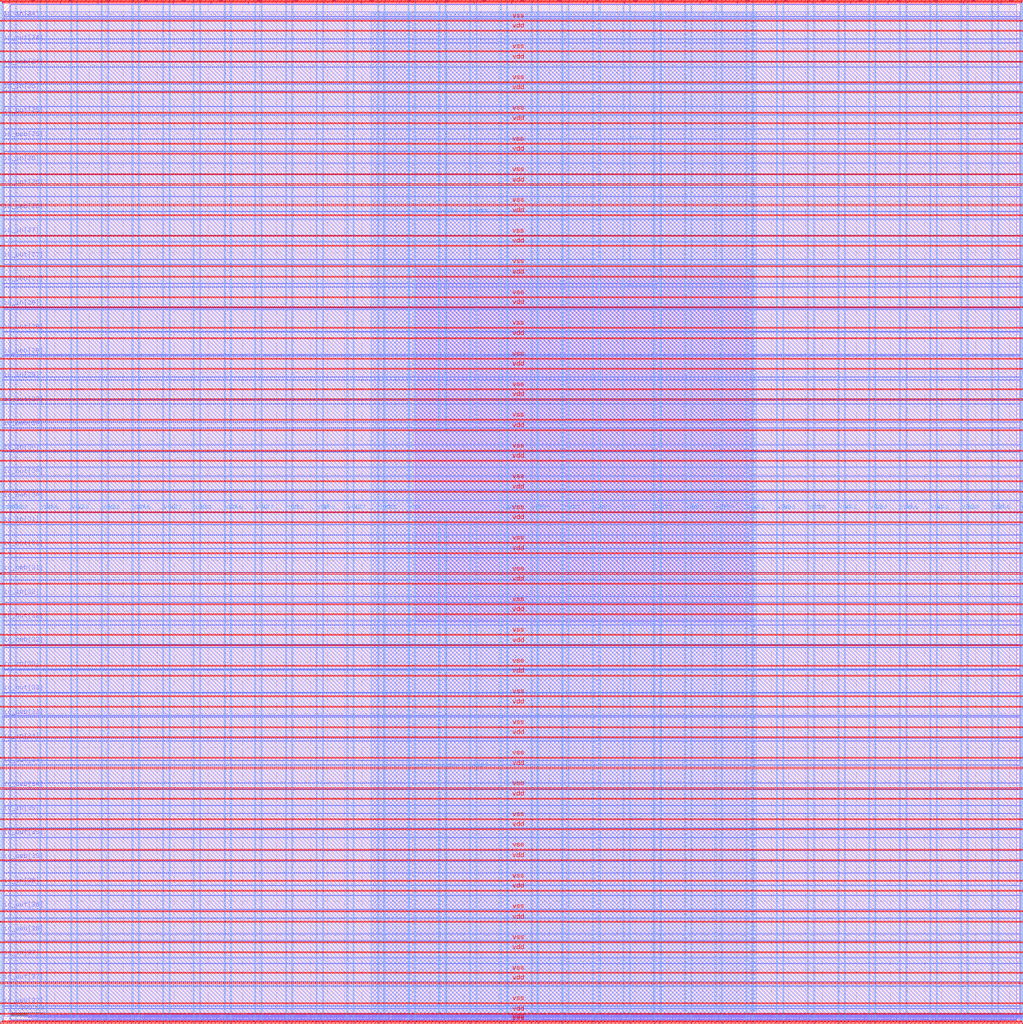
<source format=lef>
VERSION 5.7 ;
  NOWIREEXTENSIONATPIN ON ;
  DIVIDERCHAR "/" ;
  BUSBITCHARS "[]" ;
MACRO user_project_wrapper
  CLASS BLOCK ;
  FOREIGN user_project_wrapper ;
  ORIGIN 0.000 0.000 ;
  SIZE 2980.200 BY 2980.200 ;
  PIN io_in[0]
    DIRECTION INPUT ;
    USE SIGNAL ;
    PORT
      LAYER Metal3 ;
        RECT 2977.800 35.560 2985.000 36.680 ;
    END
  END io_in[0]
  PIN io_in[10]
    DIRECTION INPUT ;
    USE SIGNAL ;
    PORT
      LAYER Metal3 ;
        RECT 2977.800 2017.960 2985.000 2019.080 ;
    END
  END io_in[10]
  PIN io_in[11]
    DIRECTION INPUT ;
    USE SIGNAL ;
    PORT
      LAYER Metal3 ;
        RECT 2977.800 2216.200 2985.000 2217.320 ;
    END
  END io_in[11]
  PIN io_in[12]
    DIRECTION INPUT ;
    USE SIGNAL ;
    PORT
      LAYER Metal3 ;
        RECT 2977.800 2414.440 2985.000 2415.560 ;
    END
  END io_in[12]
  PIN io_in[13]
    DIRECTION INPUT ;
    USE SIGNAL ;
    PORT
      LAYER Metal3 ;
        RECT 2977.800 2612.680 2985.000 2613.800 ;
    END
  END io_in[13]
  PIN io_in[14]
    DIRECTION INPUT ;
    USE SIGNAL ;
    PORT
      LAYER Metal3 ;
        RECT 2977.800 2810.920 2985.000 2812.040 ;
    END
  END io_in[14]
  PIN io_in[15]
    DIRECTION INPUT ;
    USE SIGNAL ;
    PORT
      LAYER Metal2 ;
        RECT 2923.480 2977.800 2924.600 2985.000 ;
    END
  END io_in[15]
  PIN io_in[16]
    DIRECTION INPUT ;
    USE SIGNAL ;
    PORT
      LAYER Metal2 ;
        RECT 2592.520 2977.800 2593.640 2985.000 ;
    END
  END io_in[16]
  PIN io_in[17]
    DIRECTION INPUT ;
    USE SIGNAL ;
    PORT
      LAYER Metal2 ;
        RECT 2261.560 2977.800 2262.680 2985.000 ;
    END
  END io_in[17]
  PIN io_in[18]
    DIRECTION INPUT ;
    USE SIGNAL ;
    PORT
      LAYER Metal2 ;
        RECT 1930.600 2977.800 1931.720 2985.000 ;
    END
  END io_in[18]
  PIN io_in[19]
    DIRECTION INPUT ;
    USE SIGNAL ;
    PORT
      LAYER Metal2 ;
        RECT 1599.640 2977.800 1600.760 2985.000 ;
    END
  END io_in[19]
  PIN io_in[1]
    DIRECTION INPUT ;
    USE SIGNAL ;
    PORT
      LAYER Metal3 ;
        RECT 2977.800 233.800 2985.000 234.920 ;
    END
  END io_in[1]
  PIN io_in[20]
    DIRECTION INPUT ;
    USE SIGNAL ;
    PORT
      LAYER Metal2 ;
        RECT 1268.680 2977.800 1269.800 2985.000 ;
    END
  END io_in[20]
  PIN io_in[21]
    DIRECTION INPUT ;
    USE SIGNAL ;
    PORT
      LAYER Metal2 ;
        RECT 937.720 2977.800 938.840 2985.000 ;
    END
  END io_in[21]
  PIN io_in[22]
    DIRECTION INPUT ;
    USE SIGNAL ;
    PORT
      LAYER Metal2 ;
        RECT 606.760 2977.800 607.880 2985.000 ;
    END
  END io_in[22]
  PIN io_in[23]
    DIRECTION INPUT ;
    USE SIGNAL ;
    PORT
      LAYER Metal2 ;
        RECT 275.800 2977.800 276.920 2985.000 ;
    END
  END io_in[23]
  PIN io_in[24]
    DIRECTION INPUT ;
    USE SIGNAL ;
    PORT
      LAYER Metal3 ;
        RECT -4.800 2935.800 2.400 2936.920 ;
    END
  END io_in[24]
  PIN io_in[25]
    DIRECTION INPUT ;
    USE SIGNAL ;
    PORT
      LAYER Metal3 ;
        RECT -4.800 2724.120 2.400 2725.240 ;
    END
  END io_in[25]
  PIN io_in[26]
    DIRECTION INPUT ;
    USE SIGNAL ;
    PORT
      LAYER Metal3 ;
        RECT -4.800 2512.440 2.400 2513.560 ;
    END
  END io_in[26]
  PIN io_in[27]
    DIRECTION INPUT ;
    USE SIGNAL ;
    PORT
      LAYER Metal3 ;
        RECT -4.800 2300.760 2.400 2301.880 ;
    END
  END io_in[27]
  PIN io_in[28]
    DIRECTION INPUT ;
    USE SIGNAL ;
    PORT
      LAYER Metal3 ;
        RECT -4.800 2089.080 2.400 2090.200 ;
    END
  END io_in[28]
  PIN io_in[29]
    DIRECTION INPUT ;
    USE SIGNAL ;
    PORT
      LAYER Metal3 ;
        RECT -4.800 1877.400 2.400 1878.520 ;
    END
  END io_in[29]
  PIN io_in[2]
    DIRECTION INPUT ;
    USE SIGNAL ;
    PORT
      LAYER Metal3 ;
        RECT 2977.800 432.040 2985.000 433.160 ;
    END
  END io_in[2]
  PIN io_in[30]
    DIRECTION INPUT ;
    USE SIGNAL ;
    PORT
      LAYER Metal3 ;
        RECT -4.800 1665.720 2.400 1666.840 ;
    END
  END io_in[30]
  PIN io_in[31]
    DIRECTION INPUT ;
    USE SIGNAL ;
    PORT
      LAYER Metal3 ;
        RECT -4.800 1454.040 2.400 1455.160 ;
    END
  END io_in[31]
  PIN io_in[32]
    DIRECTION INPUT ;
    USE SIGNAL ;
    PORT
      LAYER Metal3 ;
        RECT -4.800 1242.360 2.400 1243.480 ;
    END
  END io_in[32]
  PIN io_in[33]
    DIRECTION INPUT ;
    USE SIGNAL ;
    PORT
      LAYER Metal3 ;
        RECT -4.800 1030.680 2.400 1031.800 ;
    END
  END io_in[33]
  PIN io_in[34]
    DIRECTION INPUT ;
    USE SIGNAL ;
    PORT
      LAYER Metal3 ;
        RECT -4.800 819.000 2.400 820.120 ;
    END
  END io_in[34]
  PIN io_in[35]
    DIRECTION INPUT ;
    USE SIGNAL ;
    PORT
      LAYER Metal3 ;
        RECT -4.800 607.320 2.400 608.440 ;
    END
  END io_in[35]
  PIN io_in[36]
    DIRECTION INPUT ;
    USE SIGNAL ;
    PORT
      LAYER Metal3 ;
        RECT -4.800 395.640 2.400 396.760 ;
    END
  END io_in[36]
  PIN io_in[37]
    DIRECTION INPUT ;
    USE SIGNAL ;
    PORT
      LAYER Metal3 ;
        RECT -4.800 183.960 2.400 185.080 ;
    END
  END io_in[37]
  PIN io_in[3]
    DIRECTION INPUT ;
    USE SIGNAL ;
    PORT
      LAYER Metal3 ;
        RECT 2977.800 630.280 2985.000 631.400 ;
    END
  END io_in[3]
  PIN io_in[4]
    DIRECTION INPUT ;
    USE SIGNAL ;
    PORT
      LAYER Metal3 ;
        RECT 2977.800 828.520 2985.000 829.640 ;
    END
  END io_in[4]
  PIN io_in[5]
    DIRECTION INPUT ;
    USE SIGNAL ;
    PORT
      LAYER Metal3 ;
        RECT 2977.800 1026.760 2985.000 1027.880 ;
    END
  END io_in[5]
  PIN io_in[6]
    DIRECTION INPUT ;
    USE SIGNAL ;
    PORT
      LAYER Metal3 ;
        RECT 2977.800 1225.000 2985.000 1226.120 ;
    END
  END io_in[6]
  PIN io_in[7]
    DIRECTION INPUT ;
    USE SIGNAL ;
    PORT
      LAYER Metal3 ;
        RECT 2977.800 1423.240 2985.000 1424.360 ;
    END
  END io_in[7]
  PIN io_in[8]
    DIRECTION INPUT ;
    USE SIGNAL ;
    PORT
      LAYER Metal3 ;
        RECT 2977.800 1621.480 2985.000 1622.600 ;
    END
  END io_in[8]
  PIN io_in[9]
    DIRECTION INPUT ;
    USE SIGNAL ;
    PORT
      LAYER Metal3 ;
        RECT 2977.800 1819.720 2985.000 1820.840 ;
    END
  END io_in[9]
  PIN io_oeb[0]
    DIRECTION OUTPUT TRISTATE ;
    USE SIGNAL ;
    PORT
      LAYER Metal3 ;
        RECT 2977.800 167.720 2985.000 168.840 ;
    END
  END io_oeb[0]
  PIN io_oeb[10]
    DIRECTION OUTPUT TRISTATE ;
    USE SIGNAL ;
    PORT
      LAYER Metal3 ;
        RECT 2977.800 2150.120 2985.000 2151.240 ;
    END
  END io_oeb[10]
  PIN io_oeb[11]
    DIRECTION OUTPUT TRISTATE ;
    USE SIGNAL ;
    PORT
      LAYER Metal3 ;
        RECT 2977.800 2348.360 2985.000 2349.480 ;
    END
  END io_oeb[11]
  PIN io_oeb[12]
    DIRECTION OUTPUT TRISTATE ;
    USE SIGNAL ;
    PORT
      LAYER Metal3 ;
        RECT 2977.800 2546.600 2985.000 2547.720 ;
    END
  END io_oeb[12]
  PIN io_oeb[13]
    DIRECTION OUTPUT TRISTATE ;
    USE SIGNAL ;
    PORT
      LAYER Metal3 ;
        RECT 2977.800 2744.840 2985.000 2745.960 ;
    END
  END io_oeb[13]
  PIN io_oeb[14]
    DIRECTION OUTPUT TRISTATE ;
    USE SIGNAL ;
    PORT
      LAYER Metal3 ;
        RECT 2977.800 2943.080 2985.000 2944.200 ;
    END
  END io_oeb[14]
  PIN io_oeb[15]
    DIRECTION OUTPUT TRISTATE ;
    USE SIGNAL ;
    PORT
      LAYER Metal2 ;
        RECT 2702.840 2977.800 2703.960 2985.000 ;
    END
  END io_oeb[15]
  PIN io_oeb[16]
    DIRECTION OUTPUT TRISTATE ;
    USE SIGNAL ;
    PORT
      LAYER Metal2 ;
        RECT 2371.880 2977.800 2373.000 2985.000 ;
    END
  END io_oeb[16]
  PIN io_oeb[17]
    DIRECTION OUTPUT TRISTATE ;
    USE SIGNAL ;
    PORT
      LAYER Metal2 ;
        RECT 2040.920 2977.800 2042.040 2985.000 ;
    END
  END io_oeb[17]
  PIN io_oeb[18]
    DIRECTION OUTPUT TRISTATE ;
    USE SIGNAL ;
    PORT
      LAYER Metal2 ;
        RECT 1709.960 2977.800 1711.080 2985.000 ;
    END
  END io_oeb[18]
  PIN io_oeb[19]
    DIRECTION OUTPUT TRISTATE ;
    USE SIGNAL ;
    PORT
      LAYER Metal2 ;
        RECT 1379.000 2977.800 1380.120 2985.000 ;
    END
  END io_oeb[19]
  PIN io_oeb[1]
    DIRECTION OUTPUT TRISTATE ;
    USE SIGNAL ;
    PORT
      LAYER Metal3 ;
        RECT 2977.800 365.960 2985.000 367.080 ;
    END
  END io_oeb[1]
  PIN io_oeb[20]
    DIRECTION OUTPUT TRISTATE ;
    USE SIGNAL ;
    PORT
      LAYER Metal2 ;
        RECT 1048.040 2977.800 1049.160 2985.000 ;
    END
  END io_oeb[20]
  PIN io_oeb[21]
    DIRECTION OUTPUT TRISTATE ;
    USE SIGNAL ;
    PORT
      LAYER Metal2 ;
        RECT 717.080 2977.800 718.200 2985.000 ;
    END
  END io_oeb[21]
  PIN io_oeb[22]
    DIRECTION OUTPUT TRISTATE ;
    USE SIGNAL ;
    PORT
      LAYER Metal2 ;
        RECT 386.120 2977.800 387.240 2985.000 ;
    END
  END io_oeb[22]
  PIN io_oeb[23]
    DIRECTION OUTPUT TRISTATE ;
    USE SIGNAL ;
    PORT
      LAYER Metal2 ;
        RECT 55.160 2977.800 56.280 2985.000 ;
    END
  END io_oeb[23]
  PIN io_oeb[24]
    DIRECTION OUTPUT TRISTATE ;
    USE SIGNAL ;
    PORT
      LAYER Metal3 ;
        RECT -4.800 2794.680 2.400 2795.800 ;
    END
  END io_oeb[24]
  PIN io_oeb[25]
    DIRECTION OUTPUT TRISTATE ;
    USE SIGNAL ;
    PORT
      LAYER Metal3 ;
        RECT -4.800 2583.000 2.400 2584.120 ;
    END
  END io_oeb[25]
  PIN io_oeb[26]
    DIRECTION OUTPUT TRISTATE ;
    USE SIGNAL ;
    PORT
      LAYER Metal3 ;
        RECT -4.800 2371.320 2.400 2372.440 ;
    END
  END io_oeb[26]
  PIN io_oeb[27]
    DIRECTION OUTPUT TRISTATE ;
    USE SIGNAL ;
    PORT
      LAYER Metal3 ;
        RECT -4.800 2159.640 2.400 2160.760 ;
    END
  END io_oeb[27]
  PIN io_oeb[28]
    DIRECTION OUTPUT TRISTATE ;
    USE SIGNAL ;
    PORT
      LAYER Metal3 ;
        RECT -4.800 1947.960 2.400 1949.080 ;
    END
  END io_oeb[28]
  PIN io_oeb[29]
    DIRECTION OUTPUT TRISTATE ;
    USE SIGNAL ;
    PORT
      LAYER Metal3 ;
        RECT -4.800 1736.280 2.400 1737.400 ;
    END
  END io_oeb[29]
  PIN io_oeb[2]
    DIRECTION OUTPUT TRISTATE ;
    USE SIGNAL ;
    PORT
      LAYER Metal3 ;
        RECT 2977.800 564.200 2985.000 565.320 ;
    END
  END io_oeb[2]
  PIN io_oeb[30]
    DIRECTION OUTPUT TRISTATE ;
    USE SIGNAL ;
    PORT
      LAYER Metal3 ;
        RECT -4.800 1524.600 2.400 1525.720 ;
    END
  END io_oeb[30]
  PIN io_oeb[31]
    DIRECTION OUTPUT TRISTATE ;
    USE SIGNAL ;
    PORT
      LAYER Metal3 ;
        RECT -4.800 1312.920 2.400 1314.040 ;
    END
  END io_oeb[31]
  PIN io_oeb[32]
    DIRECTION OUTPUT TRISTATE ;
    USE SIGNAL ;
    PORT
      LAYER Metal3 ;
        RECT -4.800 1101.240 2.400 1102.360 ;
    END
  END io_oeb[32]
  PIN io_oeb[33]
    DIRECTION OUTPUT TRISTATE ;
    USE SIGNAL ;
    PORT
      LAYER Metal3 ;
        RECT -4.800 889.560 2.400 890.680 ;
    END
  END io_oeb[33]
  PIN io_oeb[34]
    DIRECTION OUTPUT TRISTATE ;
    USE SIGNAL ;
    PORT
      LAYER Metal3 ;
        RECT -4.800 677.880 2.400 679.000 ;
    END
  END io_oeb[34]
  PIN io_oeb[35]
    DIRECTION OUTPUT TRISTATE ;
    USE SIGNAL ;
    PORT
      LAYER Metal3 ;
        RECT -4.800 466.200 2.400 467.320 ;
    END
  END io_oeb[35]
  PIN io_oeb[36]
    DIRECTION OUTPUT TRISTATE ;
    USE SIGNAL ;
    PORT
      LAYER Metal3 ;
        RECT -4.800 254.520 2.400 255.640 ;
    END
  END io_oeb[36]
  PIN io_oeb[37]
    DIRECTION OUTPUT TRISTATE ;
    USE SIGNAL ;
    PORT
      LAYER Metal3 ;
        RECT -4.800 42.840 2.400 43.960 ;
    END
  END io_oeb[37]
  PIN io_oeb[3]
    DIRECTION OUTPUT TRISTATE ;
    USE SIGNAL ;
    PORT
      LAYER Metal3 ;
        RECT 2977.800 762.440 2985.000 763.560 ;
    END
  END io_oeb[3]
  PIN io_oeb[4]
    DIRECTION OUTPUT TRISTATE ;
    USE SIGNAL ;
    PORT
      LAYER Metal3 ;
        RECT 2977.800 960.680 2985.000 961.800 ;
    END
  END io_oeb[4]
  PIN io_oeb[5]
    DIRECTION OUTPUT TRISTATE ;
    USE SIGNAL ;
    PORT
      LAYER Metal3 ;
        RECT 2977.800 1158.920 2985.000 1160.040 ;
    END
  END io_oeb[5]
  PIN io_oeb[6]
    DIRECTION OUTPUT TRISTATE ;
    USE SIGNAL ;
    PORT
      LAYER Metal3 ;
        RECT 2977.800 1357.160 2985.000 1358.280 ;
    END
  END io_oeb[6]
  PIN io_oeb[7]
    DIRECTION OUTPUT TRISTATE ;
    USE SIGNAL ;
    PORT
      LAYER Metal3 ;
        RECT 2977.800 1555.400 2985.000 1556.520 ;
    END
  END io_oeb[7]
  PIN io_oeb[8]
    DIRECTION OUTPUT TRISTATE ;
    USE SIGNAL ;
    PORT
      LAYER Metal3 ;
        RECT 2977.800 1753.640 2985.000 1754.760 ;
    END
  END io_oeb[8]
  PIN io_oeb[9]
    DIRECTION OUTPUT TRISTATE ;
    USE SIGNAL ;
    PORT
      LAYER Metal3 ;
        RECT 2977.800 1951.880 2985.000 1953.000 ;
    END
  END io_oeb[9]
  PIN io_out[0]
    DIRECTION OUTPUT TRISTATE ;
    USE SIGNAL ;
    PORT
      LAYER Metal3 ;
        RECT 2977.800 101.640 2985.000 102.760 ;
    END
  END io_out[0]
  PIN io_out[10]
    DIRECTION OUTPUT TRISTATE ;
    USE SIGNAL ;
    PORT
      LAYER Metal3 ;
        RECT 2977.800 2084.040 2985.000 2085.160 ;
    END
  END io_out[10]
  PIN io_out[11]
    DIRECTION OUTPUT TRISTATE ;
    USE SIGNAL ;
    PORT
      LAYER Metal3 ;
        RECT 2977.800 2282.280 2985.000 2283.400 ;
    END
  END io_out[11]
  PIN io_out[12]
    DIRECTION OUTPUT TRISTATE ;
    USE SIGNAL ;
    PORT
      LAYER Metal3 ;
        RECT 2977.800 2480.520 2985.000 2481.640 ;
    END
  END io_out[12]
  PIN io_out[13]
    DIRECTION OUTPUT TRISTATE ;
    USE SIGNAL ;
    PORT
      LAYER Metal3 ;
        RECT 2977.800 2678.760 2985.000 2679.880 ;
    END
  END io_out[13]
  PIN io_out[14]
    DIRECTION OUTPUT TRISTATE ;
    USE SIGNAL ;
    PORT
      LAYER Metal3 ;
        RECT 2977.800 2877.000 2985.000 2878.120 ;
    END
  END io_out[14]
  PIN io_out[15]
    DIRECTION OUTPUT TRISTATE ;
    USE SIGNAL ;
    PORT
      LAYER Metal2 ;
        RECT 2813.160 2977.800 2814.280 2985.000 ;
    END
  END io_out[15]
  PIN io_out[16]
    DIRECTION OUTPUT TRISTATE ;
    USE SIGNAL ;
    PORT
      LAYER Metal2 ;
        RECT 2482.200 2977.800 2483.320 2985.000 ;
    END
  END io_out[16]
  PIN io_out[17]
    DIRECTION OUTPUT TRISTATE ;
    USE SIGNAL ;
    PORT
      LAYER Metal2 ;
        RECT 2151.240 2977.800 2152.360 2985.000 ;
    END
  END io_out[17]
  PIN io_out[18]
    DIRECTION OUTPUT TRISTATE ;
    USE SIGNAL ;
    PORT
      LAYER Metal2 ;
        RECT 1820.280 2977.800 1821.400 2985.000 ;
    END
  END io_out[18]
  PIN io_out[19]
    DIRECTION OUTPUT TRISTATE ;
    USE SIGNAL ;
    PORT
      LAYER Metal2 ;
        RECT 1489.320 2977.800 1490.440 2985.000 ;
    END
  END io_out[19]
  PIN io_out[1]
    DIRECTION OUTPUT TRISTATE ;
    USE SIGNAL ;
    PORT
      LAYER Metal3 ;
        RECT 2977.800 299.880 2985.000 301.000 ;
    END
  END io_out[1]
  PIN io_out[20]
    DIRECTION OUTPUT TRISTATE ;
    USE SIGNAL ;
    PORT
      LAYER Metal2 ;
        RECT 1158.360 2977.800 1159.480 2985.000 ;
    END
  END io_out[20]
  PIN io_out[21]
    DIRECTION OUTPUT TRISTATE ;
    USE SIGNAL ;
    PORT
      LAYER Metal2 ;
        RECT 827.400 2977.800 828.520 2985.000 ;
    END
  END io_out[21]
  PIN io_out[22]
    DIRECTION OUTPUT TRISTATE ;
    USE SIGNAL ;
    PORT
      LAYER Metal2 ;
        RECT 496.440 2977.800 497.560 2985.000 ;
    END
  END io_out[22]
  PIN io_out[23]
    DIRECTION OUTPUT TRISTATE ;
    USE SIGNAL ;
    PORT
      LAYER Metal2 ;
        RECT 165.480 2977.800 166.600 2985.000 ;
    END
  END io_out[23]
  PIN io_out[24]
    DIRECTION OUTPUT TRISTATE ;
    USE SIGNAL ;
    PORT
      LAYER Metal3 ;
        RECT -4.800 2865.240 2.400 2866.360 ;
    END
  END io_out[24]
  PIN io_out[25]
    DIRECTION OUTPUT TRISTATE ;
    USE SIGNAL ;
    PORT
      LAYER Metal3 ;
        RECT -4.800 2653.560 2.400 2654.680 ;
    END
  END io_out[25]
  PIN io_out[26]
    DIRECTION OUTPUT TRISTATE ;
    USE SIGNAL ;
    PORT
      LAYER Metal3 ;
        RECT -4.800 2441.880 2.400 2443.000 ;
    END
  END io_out[26]
  PIN io_out[27]
    DIRECTION OUTPUT TRISTATE ;
    USE SIGNAL ;
    PORT
      LAYER Metal3 ;
        RECT -4.800 2230.200 2.400 2231.320 ;
    END
  END io_out[27]
  PIN io_out[28]
    DIRECTION OUTPUT TRISTATE ;
    USE SIGNAL ;
    PORT
      LAYER Metal3 ;
        RECT -4.800 2018.520 2.400 2019.640 ;
    END
  END io_out[28]
  PIN io_out[29]
    DIRECTION OUTPUT TRISTATE ;
    USE SIGNAL ;
    PORT
      LAYER Metal3 ;
        RECT -4.800 1806.840 2.400 1807.960 ;
    END
  END io_out[29]
  PIN io_out[2]
    DIRECTION OUTPUT TRISTATE ;
    USE SIGNAL ;
    PORT
      LAYER Metal3 ;
        RECT 2977.800 498.120 2985.000 499.240 ;
    END
  END io_out[2]
  PIN io_out[30]
    DIRECTION OUTPUT TRISTATE ;
    USE SIGNAL ;
    PORT
      LAYER Metal3 ;
        RECT -4.800 1595.160 2.400 1596.280 ;
    END
  END io_out[30]
  PIN io_out[31]
    DIRECTION OUTPUT TRISTATE ;
    USE SIGNAL ;
    PORT
      LAYER Metal3 ;
        RECT -4.800 1383.480 2.400 1384.600 ;
    END
  END io_out[31]
  PIN io_out[32]
    DIRECTION OUTPUT TRISTATE ;
    USE SIGNAL ;
    PORT
      LAYER Metal3 ;
        RECT -4.800 1171.800 2.400 1172.920 ;
    END
  END io_out[32]
  PIN io_out[33]
    DIRECTION OUTPUT TRISTATE ;
    USE SIGNAL ;
    PORT
      LAYER Metal3 ;
        RECT -4.800 960.120 2.400 961.240 ;
    END
  END io_out[33]
  PIN io_out[34]
    DIRECTION OUTPUT TRISTATE ;
    USE SIGNAL ;
    PORT
      LAYER Metal3 ;
        RECT -4.800 748.440 2.400 749.560 ;
    END
  END io_out[34]
  PIN io_out[35]
    DIRECTION OUTPUT TRISTATE ;
    USE SIGNAL ;
    PORT
      LAYER Metal3 ;
        RECT -4.800 536.760 2.400 537.880 ;
    END
  END io_out[35]
  PIN io_out[36]
    DIRECTION OUTPUT TRISTATE ;
    USE SIGNAL ;
    PORT
      LAYER Metal3 ;
        RECT -4.800 325.080 2.400 326.200 ;
    END
  END io_out[36]
  PIN io_out[37]
    DIRECTION OUTPUT TRISTATE ;
    USE SIGNAL ;
    PORT
      LAYER Metal3 ;
        RECT -4.800 113.400 2.400 114.520 ;
    END
  END io_out[37]
  PIN io_out[3]
    DIRECTION OUTPUT TRISTATE ;
    USE SIGNAL ;
    PORT
      LAYER Metal3 ;
        RECT 2977.800 696.360 2985.000 697.480 ;
    END
  END io_out[3]
  PIN io_out[4]
    DIRECTION OUTPUT TRISTATE ;
    USE SIGNAL ;
    PORT
      LAYER Metal3 ;
        RECT 2977.800 894.600 2985.000 895.720 ;
    END
  END io_out[4]
  PIN io_out[5]
    DIRECTION OUTPUT TRISTATE ;
    USE SIGNAL ;
    PORT
      LAYER Metal3 ;
        RECT 2977.800 1092.840 2985.000 1093.960 ;
    END
  END io_out[5]
  PIN io_out[6]
    DIRECTION OUTPUT TRISTATE ;
    USE SIGNAL ;
    PORT
      LAYER Metal3 ;
        RECT 2977.800 1291.080 2985.000 1292.200 ;
    END
  END io_out[6]
  PIN io_out[7]
    DIRECTION OUTPUT TRISTATE ;
    USE SIGNAL ;
    PORT
      LAYER Metal3 ;
        RECT 2977.800 1489.320 2985.000 1490.440 ;
    END
  END io_out[7]
  PIN io_out[8]
    DIRECTION OUTPUT TRISTATE ;
    USE SIGNAL ;
    PORT
      LAYER Metal3 ;
        RECT 2977.800 1687.560 2985.000 1688.680 ;
    END
  END io_out[8]
  PIN io_out[9]
    DIRECTION OUTPUT TRISTATE ;
    USE SIGNAL ;
    PORT
      LAYER Metal3 ;
        RECT 2977.800 1885.800 2985.000 1886.920 ;
    END
  END io_out[9]
  PIN la_data_in[0]
    DIRECTION INPUT ;
    USE SIGNAL ;
    PORT
      LAYER Metal2 ;
        RECT 1065.960 -4.800 1067.080 2.400 ;
    END
  END la_data_in[0]
  PIN la_data_in[10]
    DIRECTION INPUT ;
    USE SIGNAL ;
    PORT
      LAYER Metal2 ;
        RECT 1351.560 -4.800 1352.680 2.400 ;
    END
  END la_data_in[10]
  PIN la_data_in[11]
    DIRECTION INPUT ;
    USE SIGNAL ;
    PORT
      LAYER Metal2 ;
        RECT 1380.120 -4.800 1381.240 2.400 ;
    END
  END la_data_in[11]
  PIN la_data_in[12]
    DIRECTION INPUT ;
    USE SIGNAL ;
    PORT
      LAYER Metal2 ;
        RECT 1408.680 -4.800 1409.800 2.400 ;
    END
  END la_data_in[12]
  PIN la_data_in[13]
    DIRECTION INPUT ;
    USE SIGNAL ;
    PORT
      LAYER Metal2 ;
        RECT 1437.240 -4.800 1438.360 2.400 ;
    END
  END la_data_in[13]
  PIN la_data_in[14]
    DIRECTION INPUT ;
    USE SIGNAL ;
    PORT
      LAYER Metal2 ;
        RECT 1465.800 -4.800 1466.920 2.400 ;
    END
  END la_data_in[14]
  PIN la_data_in[15]
    DIRECTION INPUT ;
    USE SIGNAL ;
    PORT
      LAYER Metal2 ;
        RECT 1494.360 -4.800 1495.480 2.400 ;
    END
  END la_data_in[15]
  PIN la_data_in[16]
    DIRECTION INPUT ;
    USE SIGNAL ;
    PORT
      LAYER Metal2 ;
        RECT 1522.920 -4.800 1524.040 2.400 ;
    END
  END la_data_in[16]
  PIN la_data_in[17]
    DIRECTION INPUT ;
    USE SIGNAL ;
    PORT
      LAYER Metal2 ;
        RECT 1551.480 -4.800 1552.600 2.400 ;
    END
  END la_data_in[17]
  PIN la_data_in[18]
    DIRECTION INPUT ;
    USE SIGNAL ;
    PORT
      LAYER Metal2 ;
        RECT 1580.040 -4.800 1581.160 2.400 ;
    END
  END la_data_in[18]
  PIN la_data_in[19]
    DIRECTION INPUT ;
    USE SIGNAL ;
    PORT
      LAYER Metal2 ;
        RECT 1608.600 -4.800 1609.720 2.400 ;
    END
  END la_data_in[19]
  PIN la_data_in[1]
    DIRECTION INPUT ;
    USE SIGNAL ;
    PORT
      LAYER Metal2 ;
        RECT 1094.520 -4.800 1095.640 2.400 ;
    END
  END la_data_in[1]
  PIN la_data_in[20]
    DIRECTION INPUT ;
    USE SIGNAL ;
    PORT
      LAYER Metal2 ;
        RECT 1637.160 -4.800 1638.280 2.400 ;
    END
  END la_data_in[20]
  PIN la_data_in[21]
    DIRECTION INPUT ;
    USE SIGNAL ;
    PORT
      LAYER Metal2 ;
        RECT 1665.720 -4.800 1666.840 2.400 ;
    END
  END la_data_in[21]
  PIN la_data_in[22]
    DIRECTION INPUT ;
    USE SIGNAL ;
    PORT
      LAYER Metal2 ;
        RECT 1694.280 -4.800 1695.400 2.400 ;
    END
  END la_data_in[22]
  PIN la_data_in[23]
    DIRECTION INPUT ;
    USE SIGNAL ;
    PORT
      LAYER Metal2 ;
        RECT 1722.840 -4.800 1723.960 2.400 ;
    END
  END la_data_in[23]
  PIN la_data_in[24]
    DIRECTION INPUT ;
    USE SIGNAL ;
    PORT
      LAYER Metal2 ;
        RECT 1751.400 -4.800 1752.520 2.400 ;
    END
  END la_data_in[24]
  PIN la_data_in[25]
    DIRECTION INPUT ;
    USE SIGNAL ;
    PORT
      LAYER Metal2 ;
        RECT 1779.960 -4.800 1781.080 2.400 ;
    END
  END la_data_in[25]
  PIN la_data_in[26]
    DIRECTION INPUT ;
    USE SIGNAL ;
    PORT
      LAYER Metal2 ;
        RECT 1808.520 -4.800 1809.640 2.400 ;
    END
  END la_data_in[26]
  PIN la_data_in[27]
    DIRECTION INPUT ;
    USE SIGNAL ;
    PORT
      LAYER Metal2 ;
        RECT 1837.080 -4.800 1838.200 2.400 ;
    END
  END la_data_in[27]
  PIN la_data_in[28]
    DIRECTION INPUT ;
    USE SIGNAL ;
    PORT
      LAYER Metal2 ;
        RECT 1865.640 -4.800 1866.760 2.400 ;
    END
  END la_data_in[28]
  PIN la_data_in[29]
    DIRECTION INPUT ;
    USE SIGNAL ;
    PORT
      LAYER Metal2 ;
        RECT 1894.200 -4.800 1895.320 2.400 ;
    END
  END la_data_in[29]
  PIN la_data_in[2]
    DIRECTION INPUT ;
    USE SIGNAL ;
    PORT
      LAYER Metal2 ;
        RECT 1123.080 -4.800 1124.200 2.400 ;
    END
  END la_data_in[2]
  PIN la_data_in[30]
    DIRECTION INPUT ;
    USE SIGNAL ;
    PORT
      LAYER Metal2 ;
        RECT 1922.760 -4.800 1923.880 2.400 ;
    END
  END la_data_in[30]
  PIN la_data_in[31]
    DIRECTION INPUT ;
    USE SIGNAL ;
    PORT
      LAYER Metal2 ;
        RECT 1951.320 -4.800 1952.440 2.400 ;
    END
  END la_data_in[31]
  PIN la_data_in[32]
    DIRECTION INPUT ;
    USE SIGNAL ;
    PORT
      LAYER Metal2 ;
        RECT 1979.880 -4.800 1981.000 2.400 ;
    END
  END la_data_in[32]
  PIN la_data_in[33]
    DIRECTION INPUT ;
    USE SIGNAL ;
    PORT
      LAYER Metal2 ;
        RECT 2008.440 -4.800 2009.560 2.400 ;
    END
  END la_data_in[33]
  PIN la_data_in[34]
    DIRECTION INPUT ;
    USE SIGNAL ;
    PORT
      LAYER Metal2 ;
        RECT 2037.000 -4.800 2038.120 2.400 ;
    END
  END la_data_in[34]
  PIN la_data_in[35]
    DIRECTION INPUT ;
    USE SIGNAL ;
    PORT
      LAYER Metal2 ;
        RECT 2065.560 -4.800 2066.680 2.400 ;
    END
  END la_data_in[35]
  PIN la_data_in[36]
    DIRECTION INPUT ;
    USE SIGNAL ;
    PORT
      LAYER Metal2 ;
        RECT 2094.120 -4.800 2095.240 2.400 ;
    END
  END la_data_in[36]
  PIN la_data_in[37]
    DIRECTION INPUT ;
    USE SIGNAL ;
    PORT
      LAYER Metal2 ;
        RECT 2122.680 -4.800 2123.800 2.400 ;
    END
  END la_data_in[37]
  PIN la_data_in[38]
    DIRECTION INPUT ;
    USE SIGNAL ;
    PORT
      LAYER Metal2 ;
        RECT 2151.240 -4.800 2152.360 2.400 ;
    END
  END la_data_in[38]
  PIN la_data_in[39]
    DIRECTION INPUT ;
    USE SIGNAL ;
    PORT
      LAYER Metal2 ;
        RECT 2179.800 -4.800 2180.920 2.400 ;
    END
  END la_data_in[39]
  PIN la_data_in[3]
    DIRECTION INPUT ;
    USE SIGNAL ;
    PORT
      LAYER Metal2 ;
        RECT 1151.640 -4.800 1152.760 2.400 ;
    END
  END la_data_in[3]
  PIN la_data_in[40]
    DIRECTION INPUT ;
    USE SIGNAL ;
    PORT
      LAYER Metal2 ;
        RECT 2208.360 -4.800 2209.480 2.400 ;
    END
  END la_data_in[40]
  PIN la_data_in[41]
    DIRECTION INPUT ;
    USE SIGNAL ;
    PORT
      LAYER Metal2 ;
        RECT 2236.920 -4.800 2238.040 2.400 ;
    END
  END la_data_in[41]
  PIN la_data_in[42]
    DIRECTION INPUT ;
    USE SIGNAL ;
    PORT
      LAYER Metal2 ;
        RECT 2265.480 -4.800 2266.600 2.400 ;
    END
  END la_data_in[42]
  PIN la_data_in[43]
    DIRECTION INPUT ;
    USE SIGNAL ;
    PORT
      LAYER Metal2 ;
        RECT 2294.040 -4.800 2295.160 2.400 ;
    END
  END la_data_in[43]
  PIN la_data_in[44]
    DIRECTION INPUT ;
    USE SIGNAL ;
    PORT
      LAYER Metal2 ;
        RECT 2322.600 -4.800 2323.720 2.400 ;
    END
  END la_data_in[44]
  PIN la_data_in[45]
    DIRECTION INPUT ;
    USE SIGNAL ;
    PORT
      LAYER Metal2 ;
        RECT 2351.160 -4.800 2352.280 2.400 ;
    END
  END la_data_in[45]
  PIN la_data_in[46]
    DIRECTION INPUT ;
    USE SIGNAL ;
    PORT
      LAYER Metal2 ;
        RECT 2379.720 -4.800 2380.840 2.400 ;
    END
  END la_data_in[46]
  PIN la_data_in[47]
    DIRECTION INPUT ;
    USE SIGNAL ;
    PORT
      LAYER Metal2 ;
        RECT 2408.280 -4.800 2409.400 2.400 ;
    END
  END la_data_in[47]
  PIN la_data_in[48]
    DIRECTION INPUT ;
    USE SIGNAL ;
    PORT
      LAYER Metal2 ;
        RECT 2436.840 -4.800 2437.960 2.400 ;
    END
  END la_data_in[48]
  PIN la_data_in[49]
    DIRECTION INPUT ;
    USE SIGNAL ;
    PORT
      LAYER Metal2 ;
        RECT 2465.400 -4.800 2466.520 2.400 ;
    END
  END la_data_in[49]
  PIN la_data_in[4]
    DIRECTION INPUT ;
    USE SIGNAL ;
    PORT
      LAYER Metal2 ;
        RECT 1180.200 -4.800 1181.320 2.400 ;
    END
  END la_data_in[4]
  PIN la_data_in[50]
    DIRECTION INPUT ;
    USE SIGNAL ;
    PORT
      LAYER Metal2 ;
        RECT 2493.960 -4.800 2495.080 2.400 ;
    END
  END la_data_in[50]
  PIN la_data_in[51]
    DIRECTION INPUT ;
    USE SIGNAL ;
    PORT
      LAYER Metal2 ;
        RECT 2522.520 -4.800 2523.640 2.400 ;
    END
  END la_data_in[51]
  PIN la_data_in[52]
    DIRECTION INPUT ;
    USE SIGNAL ;
    PORT
      LAYER Metal2 ;
        RECT 2551.080 -4.800 2552.200 2.400 ;
    END
  END la_data_in[52]
  PIN la_data_in[53]
    DIRECTION INPUT ;
    USE SIGNAL ;
    PORT
      LAYER Metal2 ;
        RECT 2579.640 -4.800 2580.760 2.400 ;
    END
  END la_data_in[53]
  PIN la_data_in[54]
    DIRECTION INPUT ;
    USE SIGNAL ;
    PORT
      LAYER Metal2 ;
        RECT 2608.200 -4.800 2609.320 2.400 ;
    END
  END la_data_in[54]
  PIN la_data_in[55]
    DIRECTION INPUT ;
    USE SIGNAL ;
    PORT
      LAYER Metal2 ;
        RECT 2636.760 -4.800 2637.880 2.400 ;
    END
  END la_data_in[55]
  PIN la_data_in[56]
    DIRECTION INPUT ;
    USE SIGNAL ;
    PORT
      LAYER Metal2 ;
        RECT 2665.320 -4.800 2666.440 2.400 ;
    END
  END la_data_in[56]
  PIN la_data_in[57]
    DIRECTION INPUT ;
    USE SIGNAL ;
    PORT
      LAYER Metal2 ;
        RECT 2693.880 -4.800 2695.000 2.400 ;
    END
  END la_data_in[57]
  PIN la_data_in[58]
    DIRECTION INPUT ;
    USE SIGNAL ;
    PORT
      LAYER Metal2 ;
        RECT 2722.440 -4.800 2723.560 2.400 ;
    END
  END la_data_in[58]
  PIN la_data_in[59]
    DIRECTION INPUT ;
    USE SIGNAL ;
    PORT
      LAYER Metal2 ;
        RECT 2751.000 -4.800 2752.120 2.400 ;
    END
  END la_data_in[59]
  PIN la_data_in[5]
    DIRECTION INPUT ;
    USE SIGNAL ;
    PORT
      LAYER Metal2 ;
        RECT 1208.760 -4.800 1209.880 2.400 ;
    END
  END la_data_in[5]
  PIN la_data_in[60]
    DIRECTION INPUT ;
    USE SIGNAL ;
    PORT
      LAYER Metal2 ;
        RECT 2779.560 -4.800 2780.680 2.400 ;
    END
  END la_data_in[60]
  PIN la_data_in[61]
    DIRECTION INPUT ;
    USE SIGNAL ;
    PORT
      LAYER Metal2 ;
        RECT 2808.120 -4.800 2809.240 2.400 ;
    END
  END la_data_in[61]
  PIN la_data_in[62]
    DIRECTION INPUT ;
    USE SIGNAL ;
    PORT
      LAYER Metal2 ;
        RECT 2836.680 -4.800 2837.800 2.400 ;
    END
  END la_data_in[62]
  PIN la_data_in[63]
    DIRECTION INPUT ;
    USE SIGNAL ;
    PORT
      LAYER Metal2 ;
        RECT 2865.240 -4.800 2866.360 2.400 ;
    END
  END la_data_in[63]
  PIN la_data_in[6]
    DIRECTION INPUT ;
    USE SIGNAL ;
    PORT
      LAYER Metal2 ;
        RECT 1237.320 -4.800 1238.440 2.400 ;
    END
  END la_data_in[6]
  PIN la_data_in[7]
    DIRECTION INPUT ;
    USE SIGNAL ;
    PORT
      LAYER Metal2 ;
        RECT 1265.880 -4.800 1267.000 2.400 ;
    END
  END la_data_in[7]
  PIN la_data_in[8]
    DIRECTION INPUT ;
    USE SIGNAL ;
    PORT
      LAYER Metal2 ;
        RECT 1294.440 -4.800 1295.560 2.400 ;
    END
  END la_data_in[8]
  PIN la_data_in[9]
    DIRECTION INPUT ;
    USE SIGNAL ;
    PORT
      LAYER Metal2 ;
        RECT 1323.000 -4.800 1324.120 2.400 ;
    END
  END la_data_in[9]
  PIN la_data_out[0]
    DIRECTION OUTPUT TRISTATE ;
    USE SIGNAL ;
    PORT
      LAYER Metal2 ;
        RECT 1075.480 -4.800 1076.600 2.400 ;
    END
  END la_data_out[0]
  PIN la_data_out[10]
    DIRECTION OUTPUT TRISTATE ;
    USE SIGNAL ;
    PORT
      LAYER Metal2 ;
        RECT 1361.080 -4.800 1362.200 2.400 ;
    END
  END la_data_out[10]
  PIN la_data_out[11]
    DIRECTION OUTPUT TRISTATE ;
    USE SIGNAL ;
    PORT
      LAYER Metal2 ;
        RECT 1389.640 -4.800 1390.760 2.400 ;
    END
  END la_data_out[11]
  PIN la_data_out[12]
    DIRECTION OUTPUT TRISTATE ;
    USE SIGNAL ;
    PORT
      LAYER Metal2 ;
        RECT 1418.200 -4.800 1419.320 2.400 ;
    END
  END la_data_out[12]
  PIN la_data_out[13]
    DIRECTION OUTPUT TRISTATE ;
    USE SIGNAL ;
    PORT
      LAYER Metal2 ;
        RECT 1446.760 -4.800 1447.880 2.400 ;
    END
  END la_data_out[13]
  PIN la_data_out[14]
    DIRECTION OUTPUT TRISTATE ;
    USE SIGNAL ;
    PORT
      LAYER Metal2 ;
        RECT 1475.320 -4.800 1476.440 2.400 ;
    END
  END la_data_out[14]
  PIN la_data_out[15]
    DIRECTION OUTPUT TRISTATE ;
    USE SIGNAL ;
    PORT
      LAYER Metal2 ;
        RECT 1503.880 -4.800 1505.000 2.400 ;
    END
  END la_data_out[15]
  PIN la_data_out[16]
    DIRECTION OUTPUT TRISTATE ;
    USE SIGNAL ;
    PORT
      LAYER Metal2 ;
        RECT 1532.440 -4.800 1533.560 2.400 ;
    END
  END la_data_out[16]
  PIN la_data_out[17]
    DIRECTION OUTPUT TRISTATE ;
    USE SIGNAL ;
    PORT
      LAYER Metal2 ;
        RECT 1561.000 -4.800 1562.120 2.400 ;
    END
  END la_data_out[17]
  PIN la_data_out[18]
    DIRECTION OUTPUT TRISTATE ;
    USE SIGNAL ;
    PORT
      LAYER Metal2 ;
        RECT 1589.560 -4.800 1590.680 2.400 ;
    END
  END la_data_out[18]
  PIN la_data_out[19]
    DIRECTION OUTPUT TRISTATE ;
    USE SIGNAL ;
    PORT
      LAYER Metal2 ;
        RECT 1618.120 -4.800 1619.240 2.400 ;
    END
  END la_data_out[19]
  PIN la_data_out[1]
    DIRECTION OUTPUT TRISTATE ;
    USE SIGNAL ;
    PORT
      LAYER Metal2 ;
        RECT 1104.040 -4.800 1105.160 2.400 ;
    END
  END la_data_out[1]
  PIN la_data_out[20]
    DIRECTION OUTPUT TRISTATE ;
    USE SIGNAL ;
    PORT
      LAYER Metal2 ;
        RECT 1646.680 -4.800 1647.800 2.400 ;
    END
  END la_data_out[20]
  PIN la_data_out[21]
    DIRECTION OUTPUT TRISTATE ;
    USE SIGNAL ;
    PORT
      LAYER Metal2 ;
        RECT 1675.240 -4.800 1676.360 2.400 ;
    END
  END la_data_out[21]
  PIN la_data_out[22]
    DIRECTION OUTPUT TRISTATE ;
    USE SIGNAL ;
    PORT
      LAYER Metal2 ;
        RECT 1703.800 -4.800 1704.920 2.400 ;
    END
  END la_data_out[22]
  PIN la_data_out[23]
    DIRECTION OUTPUT TRISTATE ;
    USE SIGNAL ;
    PORT
      LAYER Metal2 ;
        RECT 1732.360 -4.800 1733.480 2.400 ;
    END
  END la_data_out[23]
  PIN la_data_out[24]
    DIRECTION OUTPUT TRISTATE ;
    USE SIGNAL ;
    PORT
      LAYER Metal2 ;
        RECT 1760.920 -4.800 1762.040 2.400 ;
    END
  END la_data_out[24]
  PIN la_data_out[25]
    DIRECTION OUTPUT TRISTATE ;
    USE SIGNAL ;
    PORT
      LAYER Metal2 ;
        RECT 1789.480 -4.800 1790.600 2.400 ;
    END
  END la_data_out[25]
  PIN la_data_out[26]
    DIRECTION OUTPUT TRISTATE ;
    USE SIGNAL ;
    PORT
      LAYER Metal2 ;
        RECT 1818.040 -4.800 1819.160 2.400 ;
    END
  END la_data_out[26]
  PIN la_data_out[27]
    DIRECTION OUTPUT TRISTATE ;
    USE SIGNAL ;
    PORT
      LAYER Metal2 ;
        RECT 1846.600 -4.800 1847.720 2.400 ;
    END
  END la_data_out[27]
  PIN la_data_out[28]
    DIRECTION OUTPUT TRISTATE ;
    USE SIGNAL ;
    PORT
      LAYER Metal2 ;
        RECT 1875.160 -4.800 1876.280 2.400 ;
    END
  END la_data_out[28]
  PIN la_data_out[29]
    DIRECTION OUTPUT TRISTATE ;
    USE SIGNAL ;
    PORT
      LAYER Metal2 ;
        RECT 1903.720 -4.800 1904.840 2.400 ;
    END
  END la_data_out[29]
  PIN la_data_out[2]
    DIRECTION OUTPUT TRISTATE ;
    USE SIGNAL ;
    PORT
      LAYER Metal2 ;
        RECT 1132.600 -4.800 1133.720 2.400 ;
    END
  END la_data_out[2]
  PIN la_data_out[30]
    DIRECTION OUTPUT TRISTATE ;
    USE SIGNAL ;
    PORT
      LAYER Metal2 ;
        RECT 1932.280 -4.800 1933.400 2.400 ;
    END
  END la_data_out[30]
  PIN la_data_out[31]
    DIRECTION OUTPUT TRISTATE ;
    USE SIGNAL ;
    PORT
      LAYER Metal2 ;
        RECT 1960.840 -4.800 1961.960 2.400 ;
    END
  END la_data_out[31]
  PIN la_data_out[32]
    DIRECTION OUTPUT TRISTATE ;
    USE SIGNAL ;
    PORT
      LAYER Metal2 ;
        RECT 1989.400 -4.800 1990.520 2.400 ;
    END
  END la_data_out[32]
  PIN la_data_out[33]
    DIRECTION OUTPUT TRISTATE ;
    USE SIGNAL ;
    PORT
      LAYER Metal2 ;
        RECT 2017.960 -4.800 2019.080 2.400 ;
    END
  END la_data_out[33]
  PIN la_data_out[34]
    DIRECTION OUTPUT TRISTATE ;
    USE SIGNAL ;
    PORT
      LAYER Metal2 ;
        RECT 2046.520 -4.800 2047.640 2.400 ;
    END
  END la_data_out[34]
  PIN la_data_out[35]
    DIRECTION OUTPUT TRISTATE ;
    USE SIGNAL ;
    PORT
      LAYER Metal2 ;
        RECT 2075.080 -4.800 2076.200 2.400 ;
    END
  END la_data_out[35]
  PIN la_data_out[36]
    DIRECTION OUTPUT TRISTATE ;
    USE SIGNAL ;
    PORT
      LAYER Metal2 ;
        RECT 2103.640 -4.800 2104.760 2.400 ;
    END
  END la_data_out[36]
  PIN la_data_out[37]
    DIRECTION OUTPUT TRISTATE ;
    USE SIGNAL ;
    PORT
      LAYER Metal2 ;
        RECT 2132.200 -4.800 2133.320 2.400 ;
    END
  END la_data_out[37]
  PIN la_data_out[38]
    DIRECTION OUTPUT TRISTATE ;
    USE SIGNAL ;
    PORT
      LAYER Metal2 ;
        RECT 2160.760 -4.800 2161.880 2.400 ;
    END
  END la_data_out[38]
  PIN la_data_out[39]
    DIRECTION OUTPUT TRISTATE ;
    USE SIGNAL ;
    PORT
      LAYER Metal2 ;
        RECT 2189.320 -4.800 2190.440 2.400 ;
    END
  END la_data_out[39]
  PIN la_data_out[3]
    DIRECTION OUTPUT TRISTATE ;
    USE SIGNAL ;
    PORT
      LAYER Metal2 ;
        RECT 1161.160 -4.800 1162.280 2.400 ;
    END
  END la_data_out[3]
  PIN la_data_out[40]
    DIRECTION OUTPUT TRISTATE ;
    USE SIGNAL ;
    PORT
      LAYER Metal2 ;
        RECT 2217.880 -4.800 2219.000 2.400 ;
    END
  END la_data_out[40]
  PIN la_data_out[41]
    DIRECTION OUTPUT TRISTATE ;
    USE SIGNAL ;
    PORT
      LAYER Metal2 ;
        RECT 2246.440 -4.800 2247.560 2.400 ;
    END
  END la_data_out[41]
  PIN la_data_out[42]
    DIRECTION OUTPUT TRISTATE ;
    USE SIGNAL ;
    PORT
      LAYER Metal2 ;
        RECT 2275.000 -4.800 2276.120 2.400 ;
    END
  END la_data_out[42]
  PIN la_data_out[43]
    DIRECTION OUTPUT TRISTATE ;
    USE SIGNAL ;
    PORT
      LAYER Metal2 ;
        RECT 2303.560 -4.800 2304.680 2.400 ;
    END
  END la_data_out[43]
  PIN la_data_out[44]
    DIRECTION OUTPUT TRISTATE ;
    USE SIGNAL ;
    PORT
      LAYER Metal2 ;
        RECT 2332.120 -4.800 2333.240 2.400 ;
    END
  END la_data_out[44]
  PIN la_data_out[45]
    DIRECTION OUTPUT TRISTATE ;
    USE SIGNAL ;
    PORT
      LAYER Metal2 ;
        RECT 2360.680 -4.800 2361.800 2.400 ;
    END
  END la_data_out[45]
  PIN la_data_out[46]
    DIRECTION OUTPUT TRISTATE ;
    USE SIGNAL ;
    PORT
      LAYER Metal2 ;
        RECT 2389.240 -4.800 2390.360 2.400 ;
    END
  END la_data_out[46]
  PIN la_data_out[47]
    DIRECTION OUTPUT TRISTATE ;
    USE SIGNAL ;
    PORT
      LAYER Metal2 ;
        RECT 2417.800 -4.800 2418.920 2.400 ;
    END
  END la_data_out[47]
  PIN la_data_out[48]
    DIRECTION OUTPUT TRISTATE ;
    USE SIGNAL ;
    PORT
      LAYER Metal2 ;
        RECT 2446.360 -4.800 2447.480 2.400 ;
    END
  END la_data_out[48]
  PIN la_data_out[49]
    DIRECTION OUTPUT TRISTATE ;
    USE SIGNAL ;
    PORT
      LAYER Metal2 ;
        RECT 2474.920 -4.800 2476.040 2.400 ;
    END
  END la_data_out[49]
  PIN la_data_out[4]
    DIRECTION OUTPUT TRISTATE ;
    USE SIGNAL ;
    PORT
      LAYER Metal2 ;
        RECT 1189.720 -4.800 1190.840 2.400 ;
    END
  END la_data_out[4]
  PIN la_data_out[50]
    DIRECTION OUTPUT TRISTATE ;
    USE SIGNAL ;
    PORT
      LAYER Metal2 ;
        RECT 2503.480 -4.800 2504.600 2.400 ;
    END
  END la_data_out[50]
  PIN la_data_out[51]
    DIRECTION OUTPUT TRISTATE ;
    USE SIGNAL ;
    PORT
      LAYER Metal2 ;
        RECT 2532.040 -4.800 2533.160 2.400 ;
    END
  END la_data_out[51]
  PIN la_data_out[52]
    DIRECTION OUTPUT TRISTATE ;
    USE SIGNAL ;
    PORT
      LAYER Metal2 ;
        RECT 2560.600 -4.800 2561.720 2.400 ;
    END
  END la_data_out[52]
  PIN la_data_out[53]
    DIRECTION OUTPUT TRISTATE ;
    USE SIGNAL ;
    PORT
      LAYER Metal2 ;
        RECT 2589.160 -4.800 2590.280 2.400 ;
    END
  END la_data_out[53]
  PIN la_data_out[54]
    DIRECTION OUTPUT TRISTATE ;
    USE SIGNAL ;
    PORT
      LAYER Metal2 ;
        RECT 2617.720 -4.800 2618.840 2.400 ;
    END
  END la_data_out[54]
  PIN la_data_out[55]
    DIRECTION OUTPUT TRISTATE ;
    USE SIGNAL ;
    PORT
      LAYER Metal2 ;
        RECT 2646.280 -4.800 2647.400 2.400 ;
    END
  END la_data_out[55]
  PIN la_data_out[56]
    DIRECTION OUTPUT TRISTATE ;
    USE SIGNAL ;
    PORT
      LAYER Metal2 ;
        RECT 2674.840 -4.800 2675.960 2.400 ;
    END
  END la_data_out[56]
  PIN la_data_out[57]
    DIRECTION OUTPUT TRISTATE ;
    USE SIGNAL ;
    PORT
      LAYER Metal2 ;
        RECT 2703.400 -4.800 2704.520 2.400 ;
    END
  END la_data_out[57]
  PIN la_data_out[58]
    DIRECTION OUTPUT TRISTATE ;
    USE SIGNAL ;
    PORT
      LAYER Metal2 ;
        RECT 2731.960 -4.800 2733.080 2.400 ;
    END
  END la_data_out[58]
  PIN la_data_out[59]
    DIRECTION OUTPUT TRISTATE ;
    USE SIGNAL ;
    PORT
      LAYER Metal2 ;
        RECT 2760.520 -4.800 2761.640 2.400 ;
    END
  END la_data_out[59]
  PIN la_data_out[5]
    DIRECTION OUTPUT TRISTATE ;
    USE SIGNAL ;
    PORT
      LAYER Metal2 ;
        RECT 1218.280 -4.800 1219.400 2.400 ;
    END
  END la_data_out[5]
  PIN la_data_out[60]
    DIRECTION OUTPUT TRISTATE ;
    USE SIGNAL ;
    PORT
      LAYER Metal2 ;
        RECT 2789.080 -4.800 2790.200 2.400 ;
    END
  END la_data_out[60]
  PIN la_data_out[61]
    DIRECTION OUTPUT TRISTATE ;
    USE SIGNAL ;
    PORT
      LAYER Metal2 ;
        RECT 2817.640 -4.800 2818.760 2.400 ;
    END
  END la_data_out[61]
  PIN la_data_out[62]
    DIRECTION OUTPUT TRISTATE ;
    USE SIGNAL ;
    PORT
      LAYER Metal2 ;
        RECT 2846.200 -4.800 2847.320 2.400 ;
    END
  END la_data_out[62]
  PIN la_data_out[63]
    DIRECTION OUTPUT TRISTATE ;
    USE SIGNAL ;
    PORT
      LAYER Metal2 ;
        RECT 2874.760 -4.800 2875.880 2.400 ;
    END
  END la_data_out[63]
  PIN la_data_out[6]
    DIRECTION OUTPUT TRISTATE ;
    USE SIGNAL ;
    PORT
      LAYER Metal2 ;
        RECT 1246.840 -4.800 1247.960 2.400 ;
    END
  END la_data_out[6]
  PIN la_data_out[7]
    DIRECTION OUTPUT TRISTATE ;
    USE SIGNAL ;
    PORT
      LAYER Metal2 ;
        RECT 1275.400 -4.800 1276.520 2.400 ;
    END
  END la_data_out[7]
  PIN la_data_out[8]
    DIRECTION OUTPUT TRISTATE ;
    USE SIGNAL ;
    PORT
      LAYER Metal2 ;
        RECT 1303.960 -4.800 1305.080 2.400 ;
    END
  END la_data_out[8]
  PIN la_data_out[9]
    DIRECTION OUTPUT TRISTATE ;
    USE SIGNAL ;
    PORT
      LAYER Metal2 ;
        RECT 1332.520 -4.800 1333.640 2.400 ;
    END
  END la_data_out[9]
  PIN la_oenb[0]
    DIRECTION INPUT ;
    USE SIGNAL ;
    PORT
      LAYER Metal2 ;
        RECT 1085.000 -4.800 1086.120 2.400 ;
    END
  END la_oenb[0]
  PIN la_oenb[10]
    DIRECTION INPUT ;
    USE SIGNAL ;
    PORT
      LAYER Metal2 ;
        RECT 1370.600 -4.800 1371.720 2.400 ;
    END
  END la_oenb[10]
  PIN la_oenb[11]
    DIRECTION INPUT ;
    USE SIGNAL ;
    PORT
      LAYER Metal2 ;
        RECT 1399.160 -4.800 1400.280 2.400 ;
    END
  END la_oenb[11]
  PIN la_oenb[12]
    DIRECTION INPUT ;
    USE SIGNAL ;
    PORT
      LAYER Metal2 ;
        RECT 1427.720 -4.800 1428.840 2.400 ;
    END
  END la_oenb[12]
  PIN la_oenb[13]
    DIRECTION INPUT ;
    USE SIGNAL ;
    PORT
      LAYER Metal2 ;
        RECT 1456.280 -4.800 1457.400 2.400 ;
    END
  END la_oenb[13]
  PIN la_oenb[14]
    DIRECTION INPUT ;
    USE SIGNAL ;
    PORT
      LAYER Metal2 ;
        RECT 1484.840 -4.800 1485.960 2.400 ;
    END
  END la_oenb[14]
  PIN la_oenb[15]
    DIRECTION INPUT ;
    USE SIGNAL ;
    PORT
      LAYER Metal2 ;
        RECT 1513.400 -4.800 1514.520 2.400 ;
    END
  END la_oenb[15]
  PIN la_oenb[16]
    DIRECTION INPUT ;
    USE SIGNAL ;
    PORT
      LAYER Metal2 ;
        RECT 1541.960 -4.800 1543.080 2.400 ;
    END
  END la_oenb[16]
  PIN la_oenb[17]
    DIRECTION INPUT ;
    USE SIGNAL ;
    PORT
      LAYER Metal2 ;
        RECT 1570.520 -4.800 1571.640 2.400 ;
    END
  END la_oenb[17]
  PIN la_oenb[18]
    DIRECTION INPUT ;
    USE SIGNAL ;
    PORT
      LAYER Metal2 ;
        RECT 1599.080 -4.800 1600.200 2.400 ;
    END
  END la_oenb[18]
  PIN la_oenb[19]
    DIRECTION INPUT ;
    USE SIGNAL ;
    PORT
      LAYER Metal2 ;
        RECT 1627.640 -4.800 1628.760 2.400 ;
    END
  END la_oenb[19]
  PIN la_oenb[1]
    DIRECTION INPUT ;
    USE SIGNAL ;
    PORT
      LAYER Metal2 ;
        RECT 1113.560 -4.800 1114.680 2.400 ;
    END
  END la_oenb[1]
  PIN la_oenb[20]
    DIRECTION INPUT ;
    USE SIGNAL ;
    PORT
      LAYER Metal2 ;
        RECT 1656.200 -4.800 1657.320 2.400 ;
    END
  END la_oenb[20]
  PIN la_oenb[21]
    DIRECTION INPUT ;
    USE SIGNAL ;
    PORT
      LAYER Metal2 ;
        RECT 1684.760 -4.800 1685.880 2.400 ;
    END
  END la_oenb[21]
  PIN la_oenb[22]
    DIRECTION INPUT ;
    USE SIGNAL ;
    PORT
      LAYER Metal2 ;
        RECT 1713.320 -4.800 1714.440 2.400 ;
    END
  END la_oenb[22]
  PIN la_oenb[23]
    DIRECTION INPUT ;
    USE SIGNAL ;
    PORT
      LAYER Metal2 ;
        RECT 1741.880 -4.800 1743.000 2.400 ;
    END
  END la_oenb[23]
  PIN la_oenb[24]
    DIRECTION INPUT ;
    USE SIGNAL ;
    PORT
      LAYER Metal2 ;
        RECT 1770.440 -4.800 1771.560 2.400 ;
    END
  END la_oenb[24]
  PIN la_oenb[25]
    DIRECTION INPUT ;
    USE SIGNAL ;
    PORT
      LAYER Metal2 ;
        RECT 1799.000 -4.800 1800.120 2.400 ;
    END
  END la_oenb[25]
  PIN la_oenb[26]
    DIRECTION INPUT ;
    USE SIGNAL ;
    PORT
      LAYER Metal2 ;
        RECT 1827.560 -4.800 1828.680 2.400 ;
    END
  END la_oenb[26]
  PIN la_oenb[27]
    DIRECTION INPUT ;
    USE SIGNAL ;
    PORT
      LAYER Metal2 ;
        RECT 1856.120 -4.800 1857.240 2.400 ;
    END
  END la_oenb[27]
  PIN la_oenb[28]
    DIRECTION INPUT ;
    USE SIGNAL ;
    PORT
      LAYER Metal2 ;
        RECT 1884.680 -4.800 1885.800 2.400 ;
    END
  END la_oenb[28]
  PIN la_oenb[29]
    DIRECTION INPUT ;
    USE SIGNAL ;
    PORT
      LAYER Metal2 ;
        RECT 1913.240 -4.800 1914.360 2.400 ;
    END
  END la_oenb[29]
  PIN la_oenb[2]
    DIRECTION INPUT ;
    USE SIGNAL ;
    PORT
      LAYER Metal2 ;
        RECT 1142.120 -4.800 1143.240 2.400 ;
    END
  END la_oenb[2]
  PIN la_oenb[30]
    DIRECTION INPUT ;
    USE SIGNAL ;
    PORT
      LAYER Metal2 ;
        RECT 1941.800 -4.800 1942.920 2.400 ;
    END
  END la_oenb[30]
  PIN la_oenb[31]
    DIRECTION INPUT ;
    USE SIGNAL ;
    PORT
      LAYER Metal2 ;
        RECT 1970.360 -4.800 1971.480 2.400 ;
    END
  END la_oenb[31]
  PIN la_oenb[32]
    DIRECTION INPUT ;
    USE SIGNAL ;
    PORT
      LAYER Metal2 ;
        RECT 1998.920 -4.800 2000.040 2.400 ;
    END
  END la_oenb[32]
  PIN la_oenb[33]
    DIRECTION INPUT ;
    USE SIGNAL ;
    PORT
      LAYER Metal2 ;
        RECT 2027.480 -4.800 2028.600 2.400 ;
    END
  END la_oenb[33]
  PIN la_oenb[34]
    DIRECTION INPUT ;
    USE SIGNAL ;
    PORT
      LAYER Metal2 ;
        RECT 2056.040 -4.800 2057.160 2.400 ;
    END
  END la_oenb[34]
  PIN la_oenb[35]
    DIRECTION INPUT ;
    USE SIGNAL ;
    PORT
      LAYER Metal2 ;
        RECT 2084.600 -4.800 2085.720 2.400 ;
    END
  END la_oenb[35]
  PIN la_oenb[36]
    DIRECTION INPUT ;
    USE SIGNAL ;
    PORT
      LAYER Metal2 ;
        RECT 2113.160 -4.800 2114.280 2.400 ;
    END
  END la_oenb[36]
  PIN la_oenb[37]
    DIRECTION INPUT ;
    USE SIGNAL ;
    PORT
      LAYER Metal2 ;
        RECT 2141.720 -4.800 2142.840 2.400 ;
    END
  END la_oenb[37]
  PIN la_oenb[38]
    DIRECTION INPUT ;
    USE SIGNAL ;
    PORT
      LAYER Metal2 ;
        RECT 2170.280 -4.800 2171.400 2.400 ;
    END
  END la_oenb[38]
  PIN la_oenb[39]
    DIRECTION INPUT ;
    USE SIGNAL ;
    PORT
      LAYER Metal2 ;
        RECT 2198.840 -4.800 2199.960 2.400 ;
    END
  END la_oenb[39]
  PIN la_oenb[3]
    DIRECTION INPUT ;
    USE SIGNAL ;
    PORT
      LAYER Metal2 ;
        RECT 1170.680 -4.800 1171.800 2.400 ;
    END
  END la_oenb[3]
  PIN la_oenb[40]
    DIRECTION INPUT ;
    USE SIGNAL ;
    PORT
      LAYER Metal2 ;
        RECT 2227.400 -4.800 2228.520 2.400 ;
    END
  END la_oenb[40]
  PIN la_oenb[41]
    DIRECTION INPUT ;
    USE SIGNAL ;
    PORT
      LAYER Metal2 ;
        RECT 2255.960 -4.800 2257.080 2.400 ;
    END
  END la_oenb[41]
  PIN la_oenb[42]
    DIRECTION INPUT ;
    USE SIGNAL ;
    PORT
      LAYER Metal2 ;
        RECT 2284.520 -4.800 2285.640 2.400 ;
    END
  END la_oenb[42]
  PIN la_oenb[43]
    DIRECTION INPUT ;
    USE SIGNAL ;
    PORT
      LAYER Metal2 ;
        RECT 2313.080 -4.800 2314.200 2.400 ;
    END
  END la_oenb[43]
  PIN la_oenb[44]
    DIRECTION INPUT ;
    USE SIGNAL ;
    PORT
      LAYER Metal2 ;
        RECT 2341.640 -4.800 2342.760 2.400 ;
    END
  END la_oenb[44]
  PIN la_oenb[45]
    DIRECTION INPUT ;
    USE SIGNAL ;
    PORT
      LAYER Metal2 ;
        RECT 2370.200 -4.800 2371.320 2.400 ;
    END
  END la_oenb[45]
  PIN la_oenb[46]
    DIRECTION INPUT ;
    USE SIGNAL ;
    PORT
      LAYER Metal2 ;
        RECT 2398.760 -4.800 2399.880 2.400 ;
    END
  END la_oenb[46]
  PIN la_oenb[47]
    DIRECTION INPUT ;
    USE SIGNAL ;
    PORT
      LAYER Metal2 ;
        RECT 2427.320 -4.800 2428.440 2.400 ;
    END
  END la_oenb[47]
  PIN la_oenb[48]
    DIRECTION INPUT ;
    USE SIGNAL ;
    PORT
      LAYER Metal2 ;
        RECT 2455.880 -4.800 2457.000 2.400 ;
    END
  END la_oenb[48]
  PIN la_oenb[49]
    DIRECTION INPUT ;
    USE SIGNAL ;
    PORT
      LAYER Metal2 ;
        RECT 2484.440 -4.800 2485.560 2.400 ;
    END
  END la_oenb[49]
  PIN la_oenb[4]
    DIRECTION INPUT ;
    USE SIGNAL ;
    PORT
      LAYER Metal2 ;
        RECT 1199.240 -4.800 1200.360 2.400 ;
    END
  END la_oenb[4]
  PIN la_oenb[50]
    DIRECTION INPUT ;
    USE SIGNAL ;
    PORT
      LAYER Metal2 ;
        RECT 2513.000 -4.800 2514.120 2.400 ;
    END
  END la_oenb[50]
  PIN la_oenb[51]
    DIRECTION INPUT ;
    USE SIGNAL ;
    PORT
      LAYER Metal2 ;
        RECT 2541.560 -4.800 2542.680 2.400 ;
    END
  END la_oenb[51]
  PIN la_oenb[52]
    DIRECTION INPUT ;
    USE SIGNAL ;
    PORT
      LAYER Metal2 ;
        RECT 2570.120 -4.800 2571.240 2.400 ;
    END
  END la_oenb[52]
  PIN la_oenb[53]
    DIRECTION INPUT ;
    USE SIGNAL ;
    PORT
      LAYER Metal2 ;
        RECT 2598.680 -4.800 2599.800 2.400 ;
    END
  END la_oenb[53]
  PIN la_oenb[54]
    DIRECTION INPUT ;
    USE SIGNAL ;
    PORT
      LAYER Metal2 ;
        RECT 2627.240 -4.800 2628.360 2.400 ;
    END
  END la_oenb[54]
  PIN la_oenb[55]
    DIRECTION INPUT ;
    USE SIGNAL ;
    PORT
      LAYER Metal2 ;
        RECT 2655.800 -4.800 2656.920 2.400 ;
    END
  END la_oenb[55]
  PIN la_oenb[56]
    DIRECTION INPUT ;
    USE SIGNAL ;
    PORT
      LAYER Metal2 ;
        RECT 2684.360 -4.800 2685.480 2.400 ;
    END
  END la_oenb[56]
  PIN la_oenb[57]
    DIRECTION INPUT ;
    USE SIGNAL ;
    PORT
      LAYER Metal2 ;
        RECT 2712.920 -4.800 2714.040 2.400 ;
    END
  END la_oenb[57]
  PIN la_oenb[58]
    DIRECTION INPUT ;
    USE SIGNAL ;
    PORT
      LAYER Metal2 ;
        RECT 2741.480 -4.800 2742.600 2.400 ;
    END
  END la_oenb[58]
  PIN la_oenb[59]
    DIRECTION INPUT ;
    USE SIGNAL ;
    PORT
      LAYER Metal2 ;
        RECT 2770.040 -4.800 2771.160 2.400 ;
    END
  END la_oenb[59]
  PIN la_oenb[5]
    DIRECTION INPUT ;
    USE SIGNAL ;
    PORT
      LAYER Metal2 ;
        RECT 1227.800 -4.800 1228.920 2.400 ;
    END
  END la_oenb[5]
  PIN la_oenb[60]
    DIRECTION INPUT ;
    USE SIGNAL ;
    PORT
      LAYER Metal2 ;
        RECT 2798.600 -4.800 2799.720 2.400 ;
    END
  END la_oenb[60]
  PIN la_oenb[61]
    DIRECTION INPUT ;
    USE SIGNAL ;
    PORT
      LAYER Metal2 ;
        RECT 2827.160 -4.800 2828.280 2.400 ;
    END
  END la_oenb[61]
  PIN la_oenb[62]
    DIRECTION INPUT ;
    USE SIGNAL ;
    PORT
      LAYER Metal2 ;
        RECT 2855.720 -4.800 2856.840 2.400 ;
    END
  END la_oenb[62]
  PIN la_oenb[63]
    DIRECTION INPUT ;
    USE SIGNAL ;
    PORT
      LAYER Metal2 ;
        RECT 2884.280 -4.800 2885.400 2.400 ;
    END
  END la_oenb[63]
  PIN la_oenb[6]
    DIRECTION INPUT ;
    USE SIGNAL ;
    PORT
      LAYER Metal2 ;
        RECT 1256.360 -4.800 1257.480 2.400 ;
    END
  END la_oenb[6]
  PIN la_oenb[7]
    DIRECTION INPUT ;
    USE SIGNAL ;
    PORT
      LAYER Metal2 ;
        RECT 1284.920 -4.800 1286.040 2.400 ;
    END
  END la_oenb[7]
  PIN la_oenb[8]
    DIRECTION INPUT ;
    USE SIGNAL ;
    PORT
      LAYER Metal2 ;
        RECT 1313.480 -4.800 1314.600 2.400 ;
    END
  END la_oenb[8]
  PIN la_oenb[9]
    DIRECTION INPUT ;
    USE SIGNAL ;
    PORT
      LAYER Metal2 ;
        RECT 1342.040 -4.800 1343.160 2.400 ;
    END
  END la_oenb[9]
  PIN user_clock2
    DIRECTION INPUT ;
    USE SIGNAL ;
    PORT
      LAYER Metal2 ;
        RECT 2893.800 -4.800 2894.920 2.400 ;
    END
  END user_clock2
  PIN user_irq[0]
    DIRECTION OUTPUT TRISTATE ;
    USE SIGNAL ;
    PORT
      LAYER Metal2 ;
        RECT 2903.320 -4.800 2904.440 2.400 ;
    END
  END user_irq[0]
  PIN user_irq[1]
    DIRECTION OUTPUT TRISTATE ;
    USE SIGNAL ;
    PORT
      LAYER Metal2 ;
        RECT 2912.840 -4.800 2913.960 2.400 ;
    END
  END user_irq[1]
  PIN user_irq[2]
    DIRECTION OUTPUT TRISTATE ;
    USE SIGNAL ;
    PORT
      LAYER Metal2 ;
        RECT 2922.360 -4.800 2923.480 2.400 ;
    END
  END user_irq[2]
  PIN vdd
    DIRECTION INOUT ;
    USE POWER ;
    PORT
      LAYER Metal4 ;
        RECT -4.780 -3.420 -1.680 2986.540 ;
    END
    PORT
      LAYER Metal5 ;
        RECT -4.780 -3.420 2985.100 -0.320 ;
    END
    PORT
      LAYER Metal5 ;
        RECT -4.780 2983.440 2985.100 2986.540 ;
    END
    PORT
      LAYER Metal4 ;
        RECT 2982.000 -3.420 2985.100 2986.540 ;
    END
    PORT
      LAYER Metal4 ;
        RECT 15.770 -8.220 18.870 2991.340 ;
    END
    PORT
      LAYER Metal4 ;
        RECT 105.770 -8.220 108.870 2991.340 ;
    END
    PORT
      LAYER Metal4 ;
        RECT 195.770 -8.220 198.870 2991.340 ;
    END
    PORT
      LAYER Metal4 ;
        RECT 285.770 -8.220 288.870 2991.340 ;
    END
    PORT
      LAYER Metal4 ;
        RECT 375.770 -8.220 378.870 2991.340 ;
    END
    PORT
      LAYER Metal4 ;
        RECT 465.770 -8.220 468.870 2991.340 ;
    END
    PORT
      LAYER Metal4 ;
        RECT 555.770 -8.220 558.870 2991.340 ;
    END
    PORT
      LAYER Metal4 ;
        RECT 645.770 -8.220 648.870 2991.340 ;
    END
    PORT
      LAYER Metal4 ;
        RECT 735.770 -8.220 738.870 2991.340 ;
    END
    PORT
      LAYER Metal4 ;
        RECT 825.770 -8.220 828.870 2991.340 ;
    END
    PORT
      LAYER Metal4 ;
        RECT 915.770 -8.220 918.870 2991.340 ;
    END
    PORT
      LAYER Metal4 ;
        RECT 1005.770 -8.220 1008.870 2991.340 ;
    END
    PORT
      LAYER Metal4 ;
        RECT 1095.770 -8.220 1098.870 2991.340 ;
    END
    PORT
      LAYER Metal4 ;
        RECT 1185.770 -8.220 1188.870 2991.340 ;
    END
    PORT
      LAYER Metal4 ;
        RECT 1275.770 -8.220 1278.870 1475.170 ;
    END
    PORT
      LAYER Metal4 ;
        RECT 1275.770 1726.270 1278.870 2991.340 ;
    END
    PORT
      LAYER Metal4 ;
        RECT 1365.770 -8.220 1368.870 1475.170 ;
    END
    PORT
      LAYER Metal4 ;
        RECT 1365.770 1726.270 1368.870 2991.340 ;
    END
    PORT
      LAYER Metal4 ;
        RECT 1455.770 -8.220 1458.870 2991.340 ;
    END
    PORT
      LAYER Metal4 ;
        RECT 1545.770 -8.220 1548.870 2991.340 ;
    END
    PORT
      LAYER Metal4 ;
        RECT 1635.770 -8.220 1638.870 2991.340 ;
    END
    PORT
      LAYER Metal4 ;
        RECT 1725.770 -8.220 1728.870 2991.340 ;
    END
    PORT
      LAYER Metal4 ;
        RECT 1815.770 -8.220 1818.870 2991.340 ;
    END
    PORT
      LAYER Metal4 ;
        RECT 1905.770 -8.220 1908.870 2991.340 ;
    END
    PORT
      LAYER Metal4 ;
        RECT 1995.770 -8.220 1998.870 2991.340 ;
    END
    PORT
      LAYER Metal4 ;
        RECT 2085.770 -8.220 2088.870 2991.340 ;
    END
    PORT
      LAYER Metal4 ;
        RECT 2175.770 -8.220 2178.870 2991.340 ;
    END
    PORT
      LAYER Metal4 ;
        RECT 2265.770 -8.220 2268.870 2991.340 ;
    END
    PORT
      LAYER Metal4 ;
        RECT 2355.770 -8.220 2358.870 2991.340 ;
    END
    PORT
      LAYER Metal4 ;
        RECT 2445.770 -8.220 2448.870 2991.340 ;
    END
    PORT
      LAYER Metal4 ;
        RECT 2535.770 -8.220 2538.870 2991.340 ;
    END
    PORT
      LAYER Metal4 ;
        RECT 2625.770 -8.220 2628.870 2991.340 ;
    END
    PORT
      LAYER Metal4 ;
        RECT 2715.770 -8.220 2718.870 2991.340 ;
    END
    PORT
      LAYER Metal4 ;
        RECT 2805.770 -8.220 2808.870 2991.340 ;
    END
    PORT
      LAYER Metal4 ;
        RECT 2895.770 -8.220 2898.870 2991.340 ;
    END
    PORT
      LAYER Metal5 ;
        RECT -9.580 19.130 2989.900 22.230 ;
    END
    PORT
      LAYER Metal5 ;
        RECT -9.580 109.130 2989.900 112.230 ;
    END
    PORT
      LAYER Metal5 ;
        RECT -9.580 199.130 2989.900 202.230 ;
    END
    PORT
      LAYER Metal5 ;
        RECT -9.580 289.130 2989.900 292.230 ;
    END
    PORT
      LAYER Metal5 ;
        RECT -9.580 379.130 2989.900 382.230 ;
    END
    PORT
      LAYER Metal5 ;
        RECT -9.580 469.130 2989.900 472.230 ;
    END
    PORT
      LAYER Metal5 ;
        RECT -9.580 559.130 2989.900 562.230 ;
    END
    PORT
      LAYER Metal5 ;
        RECT -9.580 649.130 2989.900 652.230 ;
    END
    PORT
      LAYER Metal5 ;
        RECT -9.580 739.130 2989.900 742.230 ;
    END
    PORT
      LAYER Metal5 ;
        RECT -9.580 829.130 2989.900 832.230 ;
    END
    PORT
      LAYER Metal5 ;
        RECT -9.580 919.130 2989.900 922.230 ;
    END
    PORT
      LAYER Metal5 ;
        RECT -9.580 1009.130 2989.900 1012.230 ;
    END
    PORT
      LAYER Metal5 ;
        RECT -9.580 1099.130 2989.900 1102.230 ;
    END
    PORT
      LAYER Metal5 ;
        RECT -9.580 1189.130 2989.900 1192.230 ;
    END
    PORT
      LAYER Metal5 ;
        RECT -9.580 1279.130 2989.900 1282.230 ;
    END
    PORT
      LAYER Metal5 ;
        RECT -9.580 1369.130 2989.900 1372.230 ;
    END
    PORT
      LAYER Metal5 ;
        RECT -9.580 1459.130 2989.900 1462.230 ;
    END
    PORT
      LAYER Metal5 ;
        RECT -9.580 1549.130 2989.900 1552.230 ;
    END
    PORT
      LAYER Metal5 ;
        RECT -9.580 1639.130 2989.900 1642.230 ;
    END
    PORT
      LAYER Metal5 ;
        RECT -9.580 1729.130 2989.900 1732.230 ;
    END
    PORT
      LAYER Metal5 ;
        RECT -9.580 1819.130 2989.900 1822.230 ;
    END
    PORT
      LAYER Metal5 ;
        RECT -9.580 1909.130 2989.900 1912.230 ;
    END
    PORT
      LAYER Metal5 ;
        RECT -9.580 1999.130 2989.900 2002.230 ;
    END
    PORT
      LAYER Metal5 ;
        RECT -9.580 2089.130 2989.900 2092.230 ;
    END
    PORT
      LAYER Metal5 ;
        RECT -9.580 2179.130 2989.900 2182.230 ;
    END
    PORT
      LAYER Metal5 ;
        RECT -9.580 2269.130 2989.900 2272.230 ;
    END
    PORT
      LAYER Metal5 ;
        RECT -9.580 2359.130 2989.900 2362.230 ;
    END
    PORT
      LAYER Metal5 ;
        RECT -9.580 2449.130 2989.900 2452.230 ;
    END
    PORT
      LAYER Metal5 ;
        RECT -9.580 2539.130 2989.900 2542.230 ;
    END
    PORT
      LAYER Metal5 ;
        RECT -9.580 2629.130 2989.900 2632.230 ;
    END
    PORT
      LAYER Metal5 ;
        RECT -9.580 2719.130 2989.900 2722.230 ;
    END
    PORT
      LAYER Metal5 ;
        RECT -9.580 2809.130 2989.900 2812.230 ;
    END
    PORT
      LAYER Metal5 ;
        RECT -9.580 2899.130 2989.900 2902.230 ;
    END
  END vdd
  PIN vss
    DIRECTION INOUT ;
    USE GROUND ;
    PORT
      LAYER Metal4 ;
        RECT -9.580 -8.220 -6.480 2991.340 ;
    END
    PORT
      LAYER Metal5 ;
        RECT -9.580 -8.220 2989.900 -5.120 ;
    END
    PORT
      LAYER Metal5 ;
        RECT -9.580 2988.240 2989.900 2991.340 ;
    END
    PORT
      LAYER Metal4 ;
        RECT 2986.800 -8.220 2989.900 2991.340 ;
    END
    PORT
      LAYER Metal4 ;
        RECT 34.370 -8.220 37.470 2991.340 ;
    END
    PORT
      LAYER Metal4 ;
        RECT 124.370 -8.220 127.470 2991.340 ;
    END
    PORT
      LAYER Metal4 ;
        RECT 214.370 -8.220 217.470 2991.340 ;
    END
    PORT
      LAYER Metal4 ;
        RECT 304.370 -8.220 307.470 2991.340 ;
    END
    PORT
      LAYER Metal4 ;
        RECT 394.370 -8.220 397.470 2991.340 ;
    END
    PORT
      LAYER Metal4 ;
        RECT 484.370 -8.220 487.470 2991.340 ;
    END
    PORT
      LAYER Metal4 ;
        RECT 574.370 -8.220 577.470 2991.340 ;
    END
    PORT
      LAYER Metal4 ;
        RECT 664.370 -8.220 667.470 2991.340 ;
    END
    PORT
      LAYER Metal4 ;
        RECT 754.370 -8.220 757.470 2991.340 ;
    END
    PORT
      LAYER Metal4 ;
        RECT 844.370 -8.220 847.470 2991.340 ;
    END
    PORT
      LAYER Metal4 ;
        RECT 934.370 -8.220 937.470 2991.340 ;
    END
    PORT
      LAYER Metal4 ;
        RECT 1024.370 -8.220 1027.470 2991.340 ;
    END
    PORT
      LAYER Metal4 ;
        RECT 1114.370 -8.220 1117.470 2991.340 ;
    END
    PORT
      LAYER Metal4 ;
        RECT 1204.370 -8.220 1207.470 1475.170 ;
    END
    PORT
      LAYER Metal4 ;
        RECT 1204.370 1726.270 1207.470 2991.340 ;
    END
    PORT
      LAYER Metal4 ;
        RECT 1294.370 -8.220 1297.470 1475.170 ;
    END
    PORT
      LAYER Metal4 ;
        RECT 1294.370 1726.270 1297.470 2991.340 ;
    END
    PORT
      LAYER Metal4 ;
        RECT 1384.370 -8.220 1387.470 1475.170 ;
    END
    PORT
      LAYER Metal4 ;
        RECT 1384.370 1726.270 1387.470 2991.340 ;
    END
    PORT
      LAYER Metal4 ;
        RECT 1474.370 -8.220 1477.470 2991.340 ;
    END
    PORT
      LAYER Metal4 ;
        RECT 1564.370 -8.220 1567.470 2991.340 ;
    END
    PORT
      LAYER Metal4 ;
        RECT 1654.370 -8.220 1657.470 2991.340 ;
    END
    PORT
      LAYER Metal4 ;
        RECT 1744.370 -8.220 1747.470 2991.340 ;
    END
    PORT
      LAYER Metal4 ;
        RECT 1834.370 -8.220 1837.470 1165.100 ;
    END
    PORT
      LAYER Metal4 ;
        RECT 1834.370 2154.500 1837.470 2991.340 ;
    END
    PORT
      LAYER Metal4 ;
        RECT 1924.370 -8.220 1927.470 2991.340 ;
    END
    PORT
      LAYER Metal4 ;
        RECT 2014.370 -8.220 2017.470 2991.340 ;
    END
    PORT
      LAYER Metal4 ;
        RECT 2104.370 -8.220 2107.470 2991.340 ;
    END
    PORT
      LAYER Metal4 ;
        RECT 2194.370 -8.220 2197.470 2991.340 ;
    END
    PORT
      LAYER Metal4 ;
        RECT 2284.370 -8.220 2287.470 2991.340 ;
    END
    PORT
      LAYER Metal4 ;
        RECT 2374.370 -8.220 2377.470 2991.340 ;
    END
    PORT
      LAYER Metal4 ;
        RECT 2464.370 -8.220 2467.470 2991.340 ;
    END
    PORT
      LAYER Metal4 ;
        RECT 2554.370 -8.220 2557.470 2991.340 ;
    END
    PORT
      LAYER Metal4 ;
        RECT 2644.370 -8.220 2647.470 2991.340 ;
    END
    PORT
      LAYER Metal4 ;
        RECT 2734.370 -8.220 2737.470 2991.340 ;
    END
    PORT
      LAYER Metal4 ;
        RECT 2824.370 -8.220 2827.470 2991.340 ;
    END
    PORT
      LAYER Metal4 ;
        RECT 2914.370 -8.220 2917.470 2991.340 ;
    END
    PORT
      LAYER Metal5 ;
        RECT -9.580 49.130 2989.900 52.230 ;
    END
    PORT
      LAYER Metal5 ;
        RECT -9.580 139.130 2989.900 142.230 ;
    END
    PORT
      LAYER Metal5 ;
        RECT -9.580 229.130 2989.900 232.230 ;
    END
    PORT
      LAYER Metal5 ;
        RECT -9.580 319.130 2989.900 322.230 ;
    END
    PORT
      LAYER Metal5 ;
        RECT -9.580 409.130 2989.900 412.230 ;
    END
    PORT
      LAYER Metal5 ;
        RECT -9.580 499.130 2989.900 502.230 ;
    END
    PORT
      LAYER Metal5 ;
        RECT -9.580 589.130 2989.900 592.230 ;
    END
    PORT
      LAYER Metal5 ;
        RECT -9.580 679.130 2989.900 682.230 ;
    END
    PORT
      LAYER Metal5 ;
        RECT -9.580 769.130 2989.900 772.230 ;
    END
    PORT
      LAYER Metal5 ;
        RECT -9.580 859.130 2989.900 862.230 ;
    END
    PORT
      LAYER Metal5 ;
        RECT -9.580 949.130 2989.900 952.230 ;
    END
    PORT
      LAYER Metal5 ;
        RECT -9.580 1039.130 2989.900 1042.230 ;
    END
    PORT
      LAYER Metal5 ;
        RECT -9.580 1129.130 2989.900 1132.230 ;
    END
    PORT
      LAYER Metal5 ;
        RECT -9.580 1219.130 2989.900 1222.230 ;
    END
    PORT
      LAYER Metal5 ;
        RECT -9.580 1309.130 2989.900 1312.230 ;
    END
    PORT
      LAYER Metal5 ;
        RECT -9.580 1399.130 2989.900 1402.230 ;
    END
    PORT
      LAYER Metal5 ;
        RECT -9.580 1489.130 2989.900 1492.230 ;
    END
    PORT
      LAYER Metal5 ;
        RECT -9.580 1579.130 2989.900 1582.230 ;
    END
    PORT
      LAYER Metal5 ;
        RECT -9.580 1669.130 2989.900 1672.230 ;
    END
    PORT
      LAYER Metal5 ;
        RECT -9.580 1759.130 2989.900 1762.230 ;
    END
    PORT
      LAYER Metal5 ;
        RECT -9.580 1849.130 2989.900 1852.230 ;
    END
    PORT
      LAYER Metal5 ;
        RECT -9.580 1939.130 2989.900 1942.230 ;
    END
    PORT
      LAYER Metal5 ;
        RECT -9.580 2029.130 2989.900 2032.230 ;
    END
    PORT
      LAYER Metal5 ;
        RECT -9.580 2119.130 2989.900 2122.230 ;
    END
    PORT
      LAYER Metal5 ;
        RECT -9.580 2209.130 2989.900 2212.230 ;
    END
    PORT
      LAYER Metal5 ;
        RECT -9.580 2299.130 2989.900 2302.230 ;
    END
    PORT
      LAYER Metal5 ;
        RECT -9.580 2389.130 2989.900 2392.230 ;
    END
    PORT
      LAYER Metal5 ;
        RECT -9.580 2479.130 2989.900 2482.230 ;
    END
    PORT
      LAYER Metal5 ;
        RECT -9.580 2569.130 2989.900 2572.230 ;
    END
    PORT
      LAYER Metal5 ;
        RECT -9.580 2659.130 2989.900 2662.230 ;
    END
    PORT
      LAYER Metal5 ;
        RECT -9.580 2749.130 2989.900 2752.230 ;
    END
    PORT
      LAYER Metal5 ;
        RECT -9.580 2839.130 2989.900 2842.230 ;
    END
    PORT
      LAYER Metal5 ;
        RECT -9.580 2929.130 2989.900 2932.230 ;
    END
  END vss
  PIN wb_clk_i
    DIRECTION INPUT ;
    USE SIGNAL ;
    PORT
      LAYER Metal2 ;
        RECT 56.840 -4.800 57.960 2.400 ;
    END
  END wb_clk_i
  PIN wb_rst_i
    DIRECTION INPUT ;
    USE SIGNAL ;
    PORT
      LAYER Metal2 ;
        RECT 66.360 -4.800 67.480 2.400 ;
    END
  END wb_rst_i
  PIN wbs_ack_o
    DIRECTION OUTPUT TRISTATE ;
    USE SIGNAL ;
    PORT
      LAYER Metal2 ;
        RECT 75.880 -4.800 77.000 2.400 ;
    END
  END wbs_ack_o
  PIN wbs_adr_i[0]
    DIRECTION INPUT ;
    USE SIGNAL ;
    PORT
      LAYER Metal2 ;
        RECT 113.960 -4.800 115.080 2.400 ;
    END
  END wbs_adr_i[0]
  PIN wbs_adr_i[10]
    DIRECTION INPUT ;
    USE SIGNAL ;
    PORT
      LAYER Metal2 ;
        RECT 437.640 -4.800 438.760 2.400 ;
    END
  END wbs_adr_i[10]
  PIN wbs_adr_i[11]
    DIRECTION INPUT ;
    USE SIGNAL ;
    PORT
      LAYER Metal2 ;
        RECT 466.200 -4.800 467.320 2.400 ;
    END
  END wbs_adr_i[11]
  PIN wbs_adr_i[12]
    DIRECTION INPUT ;
    USE SIGNAL ;
    PORT
      LAYER Metal2 ;
        RECT 494.760 -4.800 495.880 2.400 ;
    END
  END wbs_adr_i[12]
  PIN wbs_adr_i[13]
    DIRECTION INPUT ;
    USE SIGNAL ;
    PORT
      LAYER Metal2 ;
        RECT 523.320 -4.800 524.440 2.400 ;
    END
  END wbs_adr_i[13]
  PIN wbs_adr_i[14]
    DIRECTION INPUT ;
    USE SIGNAL ;
    PORT
      LAYER Metal2 ;
        RECT 551.880 -4.800 553.000 2.400 ;
    END
  END wbs_adr_i[14]
  PIN wbs_adr_i[15]
    DIRECTION INPUT ;
    USE SIGNAL ;
    PORT
      LAYER Metal2 ;
        RECT 580.440 -4.800 581.560 2.400 ;
    END
  END wbs_adr_i[15]
  PIN wbs_adr_i[16]
    DIRECTION INPUT ;
    USE SIGNAL ;
    PORT
      LAYER Metal2 ;
        RECT 609.000 -4.800 610.120 2.400 ;
    END
  END wbs_adr_i[16]
  PIN wbs_adr_i[17]
    DIRECTION INPUT ;
    USE SIGNAL ;
    PORT
      LAYER Metal2 ;
        RECT 637.560 -4.800 638.680 2.400 ;
    END
  END wbs_adr_i[17]
  PIN wbs_adr_i[18]
    DIRECTION INPUT ;
    USE SIGNAL ;
    PORT
      LAYER Metal2 ;
        RECT 666.120 -4.800 667.240 2.400 ;
    END
  END wbs_adr_i[18]
  PIN wbs_adr_i[19]
    DIRECTION INPUT ;
    USE SIGNAL ;
    PORT
      LAYER Metal2 ;
        RECT 694.680 -4.800 695.800 2.400 ;
    END
  END wbs_adr_i[19]
  PIN wbs_adr_i[1]
    DIRECTION INPUT ;
    USE SIGNAL ;
    PORT
      LAYER Metal2 ;
        RECT 152.040 -4.800 153.160 2.400 ;
    END
  END wbs_adr_i[1]
  PIN wbs_adr_i[20]
    DIRECTION INPUT ;
    USE SIGNAL ;
    PORT
      LAYER Metal2 ;
        RECT 723.240 -4.800 724.360 2.400 ;
    END
  END wbs_adr_i[20]
  PIN wbs_adr_i[21]
    DIRECTION INPUT ;
    USE SIGNAL ;
    PORT
      LAYER Metal2 ;
        RECT 751.800 -4.800 752.920 2.400 ;
    END
  END wbs_adr_i[21]
  PIN wbs_adr_i[22]
    DIRECTION INPUT ;
    USE SIGNAL ;
    PORT
      LAYER Metal2 ;
        RECT 780.360 -4.800 781.480 2.400 ;
    END
  END wbs_adr_i[22]
  PIN wbs_adr_i[23]
    DIRECTION INPUT ;
    USE SIGNAL ;
    PORT
      LAYER Metal2 ;
        RECT 808.920 -4.800 810.040 2.400 ;
    END
  END wbs_adr_i[23]
  PIN wbs_adr_i[24]
    DIRECTION INPUT ;
    USE SIGNAL ;
    PORT
      LAYER Metal2 ;
        RECT 837.480 -4.800 838.600 2.400 ;
    END
  END wbs_adr_i[24]
  PIN wbs_adr_i[25]
    DIRECTION INPUT ;
    USE SIGNAL ;
    PORT
      LAYER Metal2 ;
        RECT 866.040 -4.800 867.160 2.400 ;
    END
  END wbs_adr_i[25]
  PIN wbs_adr_i[26]
    DIRECTION INPUT ;
    USE SIGNAL ;
    PORT
      LAYER Metal2 ;
        RECT 894.600 -4.800 895.720 2.400 ;
    END
  END wbs_adr_i[26]
  PIN wbs_adr_i[27]
    DIRECTION INPUT ;
    USE SIGNAL ;
    PORT
      LAYER Metal2 ;
        RECT 923.160 -4.800 924.280 2.400 ;
    END
  END wbs_adr_i[27]
  PIN wbs_adr_i[28]
    DIRECTION INPUT ;
    USE SIGNAL ;
    PORT
      LAYER Metal2 ;
        RECT 951.720 -4.800 952.840 2.400 ;
    END
  END wbs_adr_i[28]
  PIN wbs_adr_i[29]
    DIRECTION INPUT ;
    USE SIGNAL ;
    PORT
      LAYER Metal2 ;
        RECT 980.280 -4.800 981.400 2.400 ;
    END
  END wbs_adr_i[29]
  PIN wbs_adr_i[2]
    DIRECTION INPUT ;
    USE SIGNAL ;
    PORT
      LAYER Metal2 ;
        RECT 190.120 -4.800 191.240 2.400 ;
    END
  END wbs_adr_i[2]
  PIN wbs_adr_i[30]
    DIRECTION INPUT ;
    USE SIGNAL ;
    PORT
      LAYER Metal2 ;
        RECT 1008.840 -4.800 1009.960 2.400 ;
    END
  END wbs_adr_i[30]
  PIN wbs_adr_i[31]
    DIRECTION INPUT ;
    USE SIGNAL ;
    PORT
      LAYER Metal2 ;
        RECT 1037.400 -4.800 1038.520 2.400 ;
    END
  END wbs_adr_i[31]
  PIN wbs_adr_i[3]
    DIRECTION INPUT ;
    USE SIGNAL ;
    PORT
      LAYER Metal2 ;
        RECT 228.200 -4.800 229.320 2.400 ;
    END
  END wbs_adr_i[3]
  PIN wbs_adr_i[4]
    DIRECTION INPUT ;
    USE SIGNAL ;
    PORT
      LAYER Metal2 ;
        RECT 266.280 -4.800 267.400 2.400 ;
    END
  END wbs_adr_i[4]
  PIN wbs_adr_i[5]
    DIRECTION INPUT ;
    USE SIGNAL ;
    PORT
      LAYER Metal2 ;
        RECT 294.840 -4.800 295.960 2.400 ;
    END
  END wbs_adr_i[5]
  PIN wbs_adr_i[6]
    DIRECTION INPUT ;
    USE SIGNAL ;
    PORT
      LAYER Metal2 ;
        RECT 323.400 -4.800 324.520 2.400 ;
    END
  END wbs_adr_i[6]
  PIN wbs_adr_i[7]
    DIRECTION INPUT ;
    USE SIGNAL ;
    PORT
      LAYER Metal2 ;
        RECT 351.960 -4.800 353.080 2.400 ;
    END
  END wbs_adr_i[7]
  PIN wbs_adr_i[8]
    DIRECTION INPUT ;
    USE SIGNAL ;
    PORT
      LAYER Metal2 ;
        RECT 380.520 -4.800 381.640 2.400 ;
    END
  END wbs_adr_i[8]
  PIN wbs_adr_i[9]
    DIRECTION INPUT ;
    USE SIGNAL ;
    PORT
      LAYER Metal2 ;
        RECT 409.080 -4.800 410.200 2.400 ;
    END
  END wbs_adr_i[9]
  PIN wbs_cyc_i
    DIRECTION INPUT ;
    USE SIGNAL ;
    PORT
      LAYER Metal2 ;
        RECT 85.400 -4.800 86.520 2.400 ;
    END
  END wbs_cyc_i
  PIN wbs_dat_i[0]
    DIRECTION INPUT ;
    USE SIGNAL ;
    PORT
      LAYER Metal2 ;
        RECT 123.480 -4.800 124.600 2.400 ;
    END
  END wbs_dat_i[0]
  PIN wbs_dat_i[10]
    DIRECTION INPUT ;
    USE SIGNAL ;
    PORT
      LAYER Metal2 ;
        RECT 447.160 -4.800 448.280 2.400 ;
    END
  END wbs_dat_i[10]
  PIN wbs_dat_i[11]
    DIRECTION INPUT ;
    USE SIGNAL ;
    PORT
      LAYER Metal2 ;
        RECT 475.720 -4.800 476.840 2.400 ;
    END
  END wbs_dat_i[11]
  PIN wbs_dat_i[12]
    DIRECTION INPUT ;
    USE SIGNAL ;
    PORT
      LAYER Metal2 ;
        RECT 504.280 -4.800 505.400 2.400 ;
    END
  END wbs_dat_i[12]
  PIN wbs_dat_i[13]
    DIRECTION INPUT ;
    USE SIGNAL ;
    PORT
      LAYER Metal2 ;
        RECT 532.840 -4.800 533.960 2.400 ;
    END
  END wbs_dat_i[13]
  PIN wbs_dat_i[14]
    DIRECTION INPUT ;
    USE SIGNAL ;
    PORT
      LAYER Metal2 ;
        RECT 561.400 -4.800 562.520 2.400 ;
    END
  END wbs_dat_i[14]
  PIN wbs_dat_i[15]
    DIRECTION INPUT ;
    USE SIGNAL ;
    PORT
      LAYER Metal2 ;
        RECT 589.960 -4.800 591.080 2.400 ;
    END
  END wbs_dat_i[15]
  PIN wbs_dat_i[16]
    DIRECTION INPUT ;
    USE SIGNAL ;
    PORT
      LAYER Metal2 ;
        RECT 618.520 -4.800 619.640 2.400 ;
    END
  END wbs_dat_i[16]
  PIN wbs_dat_i[17]
    DIRECTION INPUT ;
    USE SIGNAL ;
    PORT
      LAYER Metal2 ;
        RECT 647.080 -4.800 648.200 2.400 ;
    END
  END wbs_dat_i[17]
  PIN wbs_dat_i[18]
    DIRECTION INPUT ;
    USE SIGNAL ;
    PORT
      LAYER Metal2 ;
        RECT 675.640 -4.800 676.760 2.400 ;
    END
  END wbs_dat_i[18]
  PIN wbs_dat_i[19]
    DIRECTION INPUT ;
    USE SIGNAL ;
    PORT
      LAYER Metal2 ;
        RECT 704.200 -4.800 705.320 2.400 ;
    END
  END wbs_dat_i[19]
  PIN wbs_dat_i[1]
    DIRECTION INPUT ;
    USE SIGNAL ;
    PORT
      LAYER Metal2 ;
        RECT 161.560 -4.800 162.680 2.400 ;
    END
  END wbs_dat_i[1]
  PIN wbs_dat_i[20]
    DIRECTION INPUT ;
    USE SIGNAL ;
    PORT
      LAYER Metal2 ;
        RECT 732.760 -4.800 733.880 2.400 ;
    END
  END wbs_dat_i[20]
  PIN wbs_dat_i[21]
    DIRECTION INPUT ;
    USE SIGNAL ;
    PORT
      LAYER Metal2 ;
        RECT 761.320 -4.800 762.440 2.400 ;
    END
  END wbs_dat_i[21]
  PIN wbs_dat_i[22]
    DIRECTION INPUT ;
    USE SIGNAL ;
    PORT
      LAYER Metal2 ;
        RECT 789.880 -4.800 791.000 2.400 ;
    END
  END wbs_dat_i[22]
  PIN wbs_dat_i[23]
    DIRECTION INPUT ;
    USE SIGNAL ;
    PORT
      LAYER Metal2 ;
        RECT 818.440 -4.800 819.560 2.400 ;
    END
  END wbs_dat_i[23]
  PIN wbs_dat_i[24]
    DIRECTION INPUT ;
    USE SIGNAL ;
    PORT
      LAYER Metal2 ;
        RECT 847.000 -4.800 848.120 2.400 ;
    END
  END wbs_dat_i[24]
  PIN wbs_dat_i[25]
    DIRECTION INPUT ;
    USE SIGNAL ;
    PORT
      LAYER Metal2 ;
        RECT 875.560 -4.800 876.680 2.400 ;
    END
  END wbs_dat_i[25]
  PIN wbs_dat_i[26]
    DIRECTION INPUT ;
    USE SIGNAL ;
    PORT
      LAYER Metal2 ;
        RECT 904.120 -4.800 905.240 2.400 ;
    END
  END wbs_dat_i[26]
  PIN wbs_dat_i[27]
    DIRECTION INPUT ;
    USE SIGNAL ;
    PORT
      LAYER Metal2 ;
        RECT 932.680 -4.800 933.800 2.400 ;
    END
  END wbs_dat_i[27]
  PIN wbs_dat_i[28]
    DIRECTION INPUT ;
    USE SIGNAL ;
    PORT
      LAYER Metal2 ;
        RECT 961.240 -4.800 962.360 2.400 ;
    END
  END wbs_dat_i[28]
  PIN wbs_dat_i[29]
    DIRECTION INPUT ;
    USE SIGNAL ;
    PORT
      LAYER Metal2 ;
        RECT 989.800 -4.800 990.920 2.400 ;
    END
  END wbs_dat_i[29]
  PIN wbs_dat_i[2]
    DIRECTION INPUT ;
    USE SIGNAL ;
    PORT
      LAYER Metal2 ;
        RECT 199.640 -4.800 200.760 2.400 ;
    END
  END wbs_dat_i[2]
  PIN wbs_dat_i[30]
    DIRECTION INPUT ;
    USE SIGNAL ;
    PORT
      LAYER Metal2 ;
        RECT 1018.360 -4.800 1019.480 2.400 ;
    END
  END wbs_dat_i[30]
  PIN wbs_dat_i[31]
    DIRECTION INPUT ;
    USE SIGNAL ;
    PORT
      LAYER Metal2 ;
        RECT 1046.920 -4.800 1048.040 2.400 ;
    END
  END wbs_dat_i[31]
  PIN wbs_dat_i[3]
    DIRECTION INPUT ;
    USE SIGNAL ;
    PORT
      LAYER Metal2 ;
        RECT 237.720 -4.800 238.840 2.400 ;
    END
  END wbs_dat_i[3]
  PIN wbs_dat_i[4]
    DIRECTION INPUT ;
    USE SIGNAL ;
    PORT
      LAYER Metal2 ;
        RECT 275.800 -4.800 276.920 2.400 ;
    END
  END wbs_dat_i[4]
  PIN wbs_dat_i[5]
    DIRECTION INPUT ;
    USE SIGNAL ;
    PORT
      LAYER Metal2 ;
        RECT 304.360 -4.800 305.480 2.400 ;
    END
  END wbs_dat_i[5]
  PIN wbs_dat_i[6]
    DIRECTION INPUT ;
    USE SIGNAL ;
    PORT
      LAYER Metal2 ;
        RECT 332.920 -4.800 334.040 2.400 ;
    END
  END wbs_dat_i[6]
  PIN wbs_dat_i[7]
    DIRECTION INPUT ;
    USE SIGNAL ;
    PORT
      LAYER Metal2 ;
        RECT 361.480 -4.800 362.600 2.400 ;
    END
  END wbs_dat_i[7]
  PIN wbs_dat_i[8]
    DIRECTION INPUT ;
    USE SIGNAL ;
    PORT
      LAYER Metal2 ;
        RECT 390.040 -4.800 391.160 2.400 ;
    END
  END wbs_dat_i[8]
  PIN wbs_dat_i[9]
    DIRECTION INPUT ;
    USE SIGNAL ;
    PORT
      LAYER Metal2 ;
        RECT 418.600 -4.800 419.720 2.400 ;
    END
  END wbs_dat_i[9]
  PIN wbs_dat_o[0]
    DIRECTION OUTPUT TRISTATE ;
    USE SIGNAL ;
    PORT
      LAYER Metal2 ;
        RECT 133.000 -4.800 134.120 2.400 ;
    END
  END wbs_dat_o[0]
  PIN wbs_dat_o[10]
    DIRECTION OUTPUT TRISTATE ;
    USE SIGNAL ;
    PORT
      LAYER Metal2 ;
        RECT 456.680 -4.800 457.800 2.400 ;
    END
  END wbs_dat_o[10]
  PIN wbs_dat_o[11]
    DIRECTION OUTPUT TRISTATE ;
    USE SIGNAL ;
    PORT
      LAYER Metal2 ;
        RECT 485.240 -4.800 486.360 2.400 ;
    END
  END wbs_dat_o[11]
  PIN wbs_dat_o[12]
    DIRECTION OUTPUT TRISTATE ;
    USE SIGNAL ;
    PORT
      LAYER Metal2 ;
        RECT 513.800 -4.800 514.920 2.400 ;
    END
  END wbs_dat_o[12]
  PIN wbs_dat_o[13]
    DIRECTION OUTPUT TRISTATE ;
    USE SIGNAL ;
    PORT
      LAYER Metal2 ;
        RECT 542.360 -4.800 543.480 2.400 ;
    END
  END wbs_dat_o[13]
  PIN wbs_dat_o[14]
    DIRECTION OUTPUT TRISTATE ;
    USE SIGNAL ;
    PORT
      LAYER Metal2 ;
        RECT 570.920 -4.800 572.040 2.400 ;
    END
  END wbs_dat_o[14]
  PIN wbs_dat_o[15]
    DIRECTION OUTPUT TRISTATE ;
    USE SIGNAL ;
    PORT
      LAYER Metal2 ;
        RECT 599.480 -4.800 600.600 2.400 ;
    END
  END wbs_dat_o[15]
  PIN wbs_dat_o[16]
    DIRECTION OUTPUT TRISTATE ;
    USE SIGNAL ;
    PORT
      LAYER Metal2 ;
        RECT 628.040 -4.800 629.160 2.400 ;
    END
  END wbs_dat_o[16]
  PIN wbs_dat_o[17]
    DIRECTION OUTPUT TRISTATE ;
    USE SIGNAL ;
    PORT
      LAYER Metal2 ;
        RECT 656.600 -4.800 657.720 2.400 ;
    END
  END wbs_dat_o[17]
  PIN wbs_dat_o[18]
    DIRECTION OUTPUT TRISTATE ;
    USE SIGNAL ;
    PORT
      LAYER Metal2 ;
        RECT 685.160 -4.800 686.280 2.400 ;
    END
  END wbs_dat_o[18]
  PIN wbs_dat_o[19]
    DIRECTION OUTPUT TRISTATE ;
    USE SIGNAL ;
    PORT
      LAYER Metal2 ;
        RECT 713.720 -4.800 714.840 2.400 ;
    END
  END wbs_dat_o[19]
  PIN wbs_dat_o[1]
    DIRECTION OUTPUT TRISTATE ;
    USE SIGNAL ;
    PORT
      LAYER Metal2 ;
        RECT 171.080 -4.800 172.200 2.400 ;
    END
  END wbs_dat_o[1]
  PIN wbs_dat_o[20]
    DIRECTION OUTPUT TRISTATE ;
    USE SIGNAL ;
    PORT
      LAYER Metal2 ;
        RECT 742.280 -4.800 743.400 2.400 ;
    END
  END wbs_dat_o[20]
  PIN wbs_dat_o[21]
    DIRECTION OUTPUT TRISTATE ;
    USE SIGNAL ;
    PORT
      LAYER Metal2 ;
        RECT 770.840 -4.800 771.960 2.400 ;
    END
  END wbs_dat_o[21]
  PIN wbs_dat_o[22]
    DIRECTION OUTPUT TRISTATE ;
    USE SIGNAL ;
    PORT
      LAYER Metal2 ;
        RECT 799.400 -4.800 800.520 2.400 ;
    END
  END wbs_dat_o[22]
  PIN wbs_dat_o[23]
    DIRECTION OUTPUT TRISTATE ;
    USE SIGNAL ;
    PORT
      LAYER Metal2 ;
        RECT 827.960 -4.800 829.080 2.400 ;
    END
  END wbs_dat_o[23]
  PIN wbs_dat_o[24]
    DIRECTION OUTPUT TRISTATE ;
    USE SIGNAL ;
    PORT
      LAYER Metal2 ;
        RECT 856.520 -4.800 857.640 2.400 ;
    END
  END wbs_dat_o[24]
  PIN wbs_dat_o[25]
    DIRECTION OUTPUT TRISTATE ;
    USE SIGNAL ;
    PORT
      LAYER Metal2 ;
        RECT 885.080 -4.800 886.200 2.400 ;
    END
  END wbs_dat_o[25]
  PIN wbs_dat_o[26]
    DIRECTION OUTPUT TRISTATE ;
    USE SIGNAL ;
    PORT
      LAYER Metal2 ;
        RECT 913.640 -4.800 914.760 2.400 ;
    END
  END wbs_dat_o[26]
  PIN wbs_dat_o[27]
    DIRECTION OUTPUT TRISTATE ;
    USE SIGNAL ;
    PORT
      LAYER Metal2 ;
        RECT 942.200 -4.800 943.320 2.400 ;
    END
  END wbs_dat_o[27]
  PIN wbs_dat_o[28]
    DIRECTION OUTPUT TRISTATE ;
    USE SIGNAL ;
    PORT
      LAYER Metal2 ;
        RECT 970.760 -4.800 971.880 2.400 ;
    END
  END wbs_dat_o[28]
  PIN wbs_dat_o[29]
    DIRECTION OUTPUT TRISTATE ;
    USE SIGNAL ;
    PORT
      LAYER Metal2 ;
        RECT 999.320 -4.800 1000.440 2.400 ;
    END
  END wbs_dat_o[29]
  PIN wbs_dat_o[2]
    DIRECTION OUTPUT TRISTATE ;
    USE SIGNAL ;
    PORT
      LAYER Metal2 ;
        RECT 209.160 -4.800 210.280 2.400 ;
    END
  END wbs_dat_o[2]
  PIN wbs_dat_o[30]
    DIRECTION OUTPUT TRISTATE ;
    USE SIGNAL ;
    PORT
      LAYER Metal2 ;
        RECT 1027.880 -4.800 1029.000 2.400 ;
    END
  END wbs_dat_o[30]
  PIN wbs_dat_o[31]
    DIRECTION OUTPUT TRISTATE ;
    USE SIGNAL ;
    PORT
      LAYER Metal2 ;
        RECT 1056.440 -4.800 1057.560 2.400 ;
    END
  END wbs_dat_o[31]
  PIN wbs_dat_o[3]
    DIRECTION OUTPUT TRISTATE ;
    USE SIGNAL ;
    PORT
      LAYER Metal2 ;
        RECT 247.240 -4.800 248.360 2.400 ;
    END
  END wbs_dat_o[3]
  PIN wbs_dat_o[4]
    DIRECTION OUTPUT TRISTATE ;
    USE SIGNAL ;
    PORT
      LAYER Metal2 ;
        RECT 285.320 -4.800 286.440 2.400 ;
    END
  END wbs_dat_o[4]
  PIN wbs_dat_o[5]
    DIRECTION OUTPUT TRISTATE ;
    USE SIGNAL ;
    PORT
      LAYER Metal2 ;
        RECT 313.880 -4.800 315.000 2.400 ;
    END
  END wbs_dat_o[5]
  PIN wbs_dat_o[6]
    DIRECTION OUTPUT TRISTATE ;
    USE SIGNAL ;
    PORT
      LAYER Metal2 ;
        RECT 342.440 -4.800 343.560 2.400 ;
    END
  END wbs_dat_o[6]
  PIN wbs_dat_o[7]
    DIRECTION OUTPUT TRISTATE ;
    USE SIGNAL ;
    PORT
      LAYER Metal2 ;
        RECT 371.000 -4.800 372.120 2.400 ;
    END
  END wbs_dat_o[7]
  PIN wbs_dat_o[8]
    DIRECTION OUTPUT TRISTATE ;
    USE SIGNAL ;
    PORT
      LAYER Metal2 ;
        RECT 399.560 -4.800 400.680 2.400 ;
    END
  END wbs_dat_o[8]
  PIN wbs_dat_o[9]
    DIRECTION OUTPUT TRISTATE ;
    USE SIGNAL ;
    PORT
      LAYER Metal2 ;
        RECT 428.120 -4.800 429.240 2.400 ;
    END
  END wbs_dat_o[9]
  PIN wbs_sel_i[0]
    DIRECTION INPUT ;
    USE SIGNAL ;
    PORT
      LAYER Metal2 ;
        RECT 142.520 -4.800 143.640 2.400 ;
    END
  END wbs_sel_i[0]
  PIN wbs_sel_i[1]
    DIRECTION INPUT ;
    USE SIGNAL ;
    PORT
      LAYER Metal2 ;
        RECT 180.600 -4.800 181.720 2.400 ;
    END
  END wbs_sel_i[1]
  PIN wbs_sel_i[2]
    DIRECTION INPUT ;
    USE SIGNAL ;
    PORT
      LAYER Metal2 ;
        RECT 218.680 -4.800 219.800 2.400 ;
    END
  END wbs_sel_i[2]
  PIN wbs_sel_i[3]
    DIRECTION INPUT ;
    USE SIGNAL ;
    PORT
      LAYER Metal2 ;
        RECT 256.760 -4.800 257.880 2.400 ;
    END
  END wbs_sel_i[3]
  PIN wbs_stb_i
    DIRECTION INPUT ;
    USE SIGNAL ;
    PORT
      LAYER Metal2 ;
        RECT 94.920 -4.800 96.040 2.400 ;
    END
  END wbs_stb_i
  PIN wbs_we_i
    DIRECTION INPUT ;
    USE SIGNAL ;
    PORT
      LAYER Metal2 ;
        RECT 104.440 -4.800 105.560 2.400 ;
    END
  END wbs_we_i
  OBS
      LAYER Metal1 ;
        RECT 1206.720 1169.110 2192.880 2202.330 ;
      LAYER Metal2 ;
        RECT 20.860 2977.500 54.860 2978.500 ;
        RECT 56.580 2977.500 165.180 2978.500 ;
        RECT 166.900 2977.500 275.500 2978.500 ;
        RECT 277.220 2977.500 385.820 2978.500 ;
        RECT 387.540 2977.500 496.140 2978.500 ;
        RECT 497.860 2977.500 606.460 2978.500 ;
        RECT 608.180 2977.500 716.780 2978.500 ;
        RECT 718.500 2977.500 827.100 2978.500 ;
        RECT 828.820 2977.500 937.420 2978.500 ;
        RECT 939.140 2977.500 1047.740 2978.500 ;
        RECT 1049.460 2977.500 1158.060 2978.500 ;
        RECT 1159.780 2977.500 1268.380 2978.500 ;
        RECT 1270.100 2977.500 1378.700 2978.500 ;
        RECT 1380.420 2977.500 1489.020 2978.500 ;
        RECT 1490.740 2977.500 1599.340 2978.500 ;
        RECT 1601.060 2977.500 1709.660 2978.500 ;
        RECT 1711.380 2977.500 1819.980 2978.500 ;
        RECT 1821.700 2977.500 1930.300 2978.500 ;
        RECT 1932.020 2977.500 2040.620 2978.500 ;
        RECT 2042.340 2977.500 2150.940 2978.500 ;
        RECT 2152.660 2977.500 2261.260 2978.500 ;
        RECT 2262.980 2977.500 2371.580 2978.500 ;
        RECT 2373.300 2977.500 2481.900 2978.500 ;
        RECT 2483.620 2977.500 2592.220 2978.500 ;
        RECT 2593.940 2977.500 2702.540 2978.500 ;
        RECT 2704.260 2977.500 2812.860 2978.500 ;
        RECT 2814.580 2977.500 2923.180 2978.500 ;
        RECT 2924.900 2977.500 2970.660 2978.500 ;
        RECT 20.860 2.700 2970.660 2977.500 ;
        RECT 20.860 1.820 56.540 2.700 ;
        RECT 58.260 1.820 66.060 2.700 ;
        RECT 67.780 1.820 75.580 2.700 ;
        RECT 77.300 1.820 85.100 2.700 ;
        RECT 86.820 1.820 94.620 2.700 ;
        RECT 96.340 1.820 104.140 2.700 ;
        RECT 105.860 1.820 113.660 2.700 ;
        RECT 115.380 1.820 123.180 2.700 ;
        RECT 124.900 1.820 132.700 2.700 ;
        RECT 134.420 1.820 142.220 2.700 ;
        RECT 143.940 1.820 151.740 2.700 ;
        RECT 153.460 1.820 161.260 2.700 ;
        RECT 162.980 1.820 170.780 2.700 ;
        RECT 172.500 1.820 180.300 2.700 ;
        RECT 182.020 1.820 189.820 2.700 ;
        RECT 191.540 1.820 199.340 2.700 ;
        RECT 201.060 1.820 208.860 2.700 ;
        RECT 210.580 1.820 218.380 2.700 ;
        RECT 220.100 1.820 227.900 2.700 ;
        RECT 229.620 1.820 237.420 2.700 ;
        RECT 239.140 1.820 246.940 2.700 ;
        RECT 248.660 1.820 256.460 2.700 ;
        RECT 258.180 1.820 265.980 2.700 ;
        RECT 267.700 1.820 275.500 2.700 ;
        RECT 277.220 1.820 285.020 2.700 ;
        RECT 286.740 1.820 294.540 2.700 ;
        RECT 296.260 1.820 304.060 2.700 ;
        RECT 305.780 1.820 313.580 2.700 ;
        RECT 315.300 1.820 323.100 2.700 ;
        RECT 324.820 1.820 332.620 2.700 ;
        RECT 334.340 1.820 342.140 2.700 ;
        RECT 343.860 1.820 351.660 2.700 ;
        RECT 353.380 1.820 361.180 2.700 ;
        RECT 362.900 1.820 370.700 2.700 ;
        RECT 372.420 1.820 380.220 2.700 ;
        RECT 381.940 1.820 389.740 2.700 ;
        RECT 391.460 1.820 399.260 2.700 ;
        RECT 400.980 1.820 408.780 2.700 ;
        RECT 410.500 1.820 418.300 2.700 ;
        RECT 420.020 1.820 427.820 2.700 ;
        RECT 429.540 1.820 437.340 2.700 ;
        RECT 439.060 1.820 446.860 2.700 ;
        RECT 448.580 1.820 456.380 2.700 ;
        RECT 458.100 1.820 465.900 2.700 ;
        RECT 467.620 1.820 475.420 2.700 ;
        RECT 477.140 1.820 484.940 2.700 ;
        RECT 486.660 1.820 494.460 2.700 ;
        RECT 496.180 1.820 503.980 2.700 ;
        RECT 505.700 1.820 513.500 2.700 ;
        RECT 515.220 1.820 523.020 2.700 ;
        RECT 524.740 1.820 532.540 2.700 ;
        RECT 534.260 1.820 542.060 2.700 ;
        RECT 543.780 1.820 551.580 2.700 ;
        RECT 553.300 1.820 561.100 2.700 ;
        RECT 562.820 1.820 570.620 2.700 ;
        RECT 572.340 1.820 580.140 2.700 ;
        RECT 581.860 1.820 589.660 2.700 ;
        RECT 591.380 1.820 599.180 2.700 ;
        RECT 600.900 1.820 608.700 2.700 ;
        RECT 610.420 1.820 618.220 2.700 ;
        RECT 619.940 1.820 627.740 2.700 ;
        RECT 629.460 1.820 637.260 2.700 ;
        RECT 638.980 1.820 646.780 2.700 ;
        RECT 648.500 1.820 656.300 2.700 ;
        RECT 658.020 1.820 665.820 2.700 ;
        RECT 667.540 1.820 675.340 2.700 ;
        RECT 677.060 1.820 684.860 2.700 ;
        RECT 686.580 1.820 694.380 2.700 ;
        RECT 696.100 1.820 703.900 2.700 ;
        RECT 705.620 1.820 713.420 2.700 ;
        RECT 715.140 1.820 722.940 2.700 ;
        RECT 724.660 1.820 732.460 2.700 ;
        RECT 734.180 1.820 741.980 2.700 ;
        RECT 743.700 1.820 751.500 2.700 ;
        RECT 753.220 1.820 761.020 2.700 ;
        RECT 762.740 1.820 770.540 2.700 ;
        RECT 772.260 1.820 780.060 2.700 ;
        RECT 781.780 1.820 789.580 2.700 ;
        RECT 791.300 1.820 799.100 2.700 ;
        RECT 800.820 1.820 808.620 2.700 ;
        RECT 810.340 1.820 818.140 2.700 ;
        RECT 819.860 1.820 827.660 2.700 ;
        RECT 829.380 1.820 837.180 2.700 ;
        RECT 838.900 1.820 846.700 2.700 ;
        RECT 848.420 1.820 856.220 2.700 ;
        RECT 857.940 1.820 865.740 2.700 ;
        RECT 867.460 1.820 875.260 2.700 ;
        RECT 876.980 1.820 884.780 2.700 ;
        RECT 886.500 1.820 894.300 2.700 ;
        RECT 896.020 1.820 903.820 2.700 ;
        RECT 905.540 1.820 913.340 2.700 ;
        RECT 915.060 1.820 922.860 2.700 ;
        RECT 924.580 1.820 932.380 2.700 ;
        RECT 934.100 1.820 941.900 2.700 ;
        RECT 943.620 1.820 951.420 2.700 ;
        RECT 953.140 1.820 960.940 2.700 ;
        RECT 962.660 1.820 970.460 2.700 ;
        RECT 972.180 1.820 979.980 2.700 ;
        RECT 981.700 1.820 989.500 2.700 ;
        RECT 991.220 1.820 999.020 2.700 ;
        RECT 1000.740 1.820 1008.540 2.700 ;
        RECT 1010.260 1.820 1018.060 2.700 ;
        RECT 1019.780 1.820 1027.580 2.700 ;
        RECT 1029.300 1.820 1037.100 2.700 ;
        RECT 1038.820 1.820 1046.620 2.700 ;
        RECT 1048.340 1.820 1056.140 2.700 ;
        RECT 1057.860 1.820 1065.660 2.700 ;
        RECT 1067.380 1.820 1075.180 2.700 ;
        RECT 1076.900 1.820 1084.700 2.700 ;
        RECT 1086.420 1.820 1094.220 2.700 ;
        RECT 1095.940 1.820 1103.740 2.700 ;
        RECT 1105.460 1.820 1113.260 2.700 ;
        RECT 1114.980 1.820 1122.780 2.700 ;
        RECT 1124.500 1.820 1132.300 2.700 ;
        RECT 1134.020 1.820 1141.820 2.700 ;
        RECT 1143.540 1.820 1151.340 2.700 ;
        RECT 1153.060 1.820 1160.860 2.700 ;
        RECT 1162.580 1.820 1170.380 2.700 ;
        RECT 1172.100 1.820 1179.900 2.700 ;
        RECT 1181.620 1.820 1189.420 2.700 ;
        RECT 1191.140 1.820 1198.940 2.700 ;
        RECT 1200.660 1.820 1208.460 2.700 ;
        RECT 1210.180 1.820 1217.980 2.700 ;
        RECT 1219.700 1.820 1227.500 2.700 ;
        RECT 1229.220 1.820 1237.020 2.700 ;
        RECT 1238.740 1.820 1246.540 2.700 ;
        RECT 1248.260 1.820 1256.060 2.700 ;
        RECT 1257.780 1.820 1265.580 2.700 ;
        RECT 1267.300 1.820 1275.100 2.700 ;
        RECT 1276.820 1.820 1284.620 2.700 ;
        RECT 1286.340 1.820 1294.140 2.700 ;
        RECT 1295.860 1.820 1303.660 2.700 ;
        RECT 1305.380 1.820 1313.180 2.700 ;
        RECT 1314.900 1.820 1322.700 2.700 ;
        RECT 1324.420 1.820 1332.220 2.700 ;
        RECT 1333.940 1.820 1341.740 2.700 ;
        RECT 1343.460 1.820 1351.260 2.700 ;
        RECT 1352.980 1.820 1360.780 2.700 ;
        RECT 1362.500 1.820 1370.300 2.700 ;
        RECT 1372.020 1.820 1379.820 2.700 ;
        RECT 1381.540 1.820 1389.340 2.700 ;
        RECT 1391.060 1.820 1398.860 2.700 ;
        RECT 1400.580 1.820 1408.380 2.700 ;
        RECT 1410.100 1.820 1417.900 2.700 ;
        RECT 1419.620 1.820 1427.420 2.700 ;
        RECT 1429.140 1.820 1436.940 2.700 ;
        RECT 1438.660 1.820 1446.460 2.700 ;
        RECT 1448.180 1.820 1455.980 2.700 ;
        RECT 1457.700 1.820 1465.500 2.700 ;
        RECT 1467.220 1.820 1475.020 2.700 ;
        RECT 1476.740 1.820 1484.540 2.700 ;
        RECT 1486.260 1.820 1494.060 2.700 ;
        RECT 1495.780 1.820 1503.580 2.700 ;
        RECT 1505.300 1.820 1513.100 2.700 ;
        RECT 1514.820 1.820 1522.620 2.700 ;
        RECT 1524.340 1.820 1532.140 2.700 ;
        RECT 1533.860 1.820 1541.660 2.700 ;
        RECT 1543.380 1.820 1551.180 2.700 ;
        RECT 1552.900 1.820 1560.700 2.700 ;
        RECT 1562.420 1.820 1570.220 2.700 ;
        RECT 1571.940 1.820 1579.740 2.700 ;
        RECT 1581.460 1.820 1589.260 2.700 ;
        RECT 1590.980 1.820 1598.780 2.700 ;
        RECT 1600.500 1.820 1608.300 2.700 ;
        RECT 1610.020 1.820 1617.820 2.700 ;
        RECT 1619.540 1.820 1627.340 2.700 ;
        RECT 1629.060 1.820 1636.860 2.700 ;
        RECT 1638.580 1.820 1646.380 2.700 ;
        RECT 1648.100 1.820 1655.900 2.700 ;
        RECT 1657.620 1.820 1665.420 2.700 ;
        RECT 1667.140 1.820 1674.940 2.700 ;
        RECT 1676.660 1.820 1684.460 2.700 ;
        RECT 1686.180 1.820 1693.980 2.700 ;
        RECT 1695.700 1.820 1703.500 2.700 ;
        RECT 1705.220 1.820 1713.020 2.700 ;
        RECT 1714.740 1.820 1722.540 2.700 ;
        RECT 1724.260 1.820 1732.060 2.700 ;
        RECT 1733.780 1.820 1741.580 2.700 ;
        RECT 1743.300 1.820 1751.100 2.700 ;
        RECT 1752.820 1.820 1760.620 2.700 ;
        RECT 1762.340 1.820 1770.140 2.700 ;
        RECT 1771.860 1.820 1779.660 2.700 ;
        RECT 1781.380 1.820 1789.180 2.700 ;
        RECT 1790.900 1.820 1798.700 2.700 ;
        RECT 1800.420 1.820 1808.220 2.700 ;
        RECT 1809.940 1.820 1817.740 2.700 ;
        RECT 1819.460 1.820 1827.260 2.700 ;
        RECT 1828.980 1.820 1836.780 2.700 ;
        RECT 1838.500 1.820 1846.300 2.700 ;
        RECT 1848.020 1.820 1855.820 2.700 ;
        RECT 1857.540 1.820 1865.340 2.700 ;
        RECT 1867.060 1.820 1874.860 2.700 ;
        RECT 1876.580 1.820 1884.380 2.700 ;
        RECT 1886.100 1.820 1893.900 2.700 ;
        RECT 1895.620 1.820 1903.420 2.700 ;
        RECT 1905.140 1.820 1912.940 2.700 ;
        RECT 1914.660 1.820 1922.460 2.700 ;
        RECT 1924.180 1.820 1931.980 2.700 ;
        RECT 1933.700 1.820 1941.500 2.700 ;
        RECT 1943.220 1.820 1951.020 2.700 ;
        RECT 1952.740 1.820 1960.540 2.700 ;
        RECT 1962.260 1.820 1970.060 2.700 ;
        RECT 1971.780 1.820 1979.580 2.700 ;
        RECT 1981.300 1.820 1989.100 2.700 ;
        RECT 1990.820 1.820 1998.620 2.700 ;
        RECT 2000.340 1.820 2008.140 2.700 ;
        RECT 2009.860 1.820 2017.660 2.700 ;
        RECT 2019.380 1.820 2027.180 2.700 ;
        RECT 2028.900 1.820 2036.700 2.700 ;
        RECT 2038.420 1.820 2046.220 2.700 ;
        RECT 2047.940 1.820 2055.740 2.700 ;
        RECT 2057.460 1.820 2065.260 2.700 ;
        RECT 2066.980 1.820 2074.780 2.700 ;
        RECT 2076.500 1.820 2084.300 2.700 ;
        RECT 2086.020 1.820 2093.820 2.700 ;
        RECT 2095.540 1.820 2103.340 2.700 ;
        RECT 2105.060 1.820 2112.860 2.700 ;
        RECT 2114.580 1.820 2122.380 2.700 ;
        RECT 2124.100 1.820 2131.900 2.700 ;
        RECT 2133.620 1.820 2141.420 2.700 ;
        RECT 2143.140 1.820 2150.940 2.700 ;
        RECT 2152.660 1.820 2160.460 2.700 ;
        RECT 2162.180 1.820 2169.980 2.700 ;
        RECT 2171.700 1.820 2179.500 2.700 ;
        RECT 2181.220 1.820 2189.020 2.700 ;
        RECT 2190.740 1.820 2198.540 2.700 ;
        RECT 2200.260 1.820 2208.060 2.700 ;
        RECT 2209.780 1.820 2217.580 2.700 ;
        RECT 2219.300 1.820 2227.100 2.700 ;
        RECT 2228.820 1.820 2236.620 2.700 ;
        RECT 2238.340 1.820 2246.140 2.700 ;
        RECT 2247.860 1.820 2255.660 2.700 ;
        RECT 2257.380 1.820 2265.180 2.700 ;
        RECT 2266.900 1.820 2274.700 2.700 ;
        RECT 2276.420 1.820 2284.220 2.700 ;
        RECT 2285.940 1.820 2293.740 2.700 ;
        RECT 2295.460 1.820 2303.260 2.700 ;
        RECT 2304.980 1.820 2312.780 2.700 ;
        RECT 2314.500 1.820 2322.300 2.700 ;
        RECT 2324.020 1.820 2331.820 2.700 ;
        RECT 2333.540 1.820 2341.340 2.700 ;
        RECT 2343.060 1.820 2350.860 2.700 ;
        RECT 2352.580 1.820 2360.380 2.700 ;
        RECT 2362.100 1.820 2369.900 2.700 ;
        RECT 2371.620 1.820 2379.420 2.700 ;
        RECT 2381.140 1.820 2388.940 2.700 ;
        RECT 2390.660 1.820 2398.460 2.700 ;
        RECT 2400.180 1.820 2407.980 2.700 ;
        RECT 2409.700 1.820 2417.500 2.700 ;
        RECT 2419.220 1.820 2427.020 2.700 ;
        RECT 2428.740 1.820 2436.540 2.700 ;
        RECT 2438.260 1.820 2446.060 2.700 ;
        RECT 2447.780 1.820 2455.580 2.700 ;
        RECT 2457.300 1.820 2465.100 2.700 ;
        RECT 2466.820 1.820 2474.620 2.700 ;
        RECT 2476.340 1.820 2484.140 2.700 ;
        RECT 2485.860 1.820 2493.660 2.700 ;
        RECT 2495.380 1.820 2503.180 2.700 ;
        RECT 2504.900 1.820 2512.700 2.700 ;
        RECT 2514.420 1.820 2522.220 2.700 ;
        RECT 2523.940 1.820 2531.740 2.700 ;
        RECT 2533.460 1.820 2541.260 2.700 ;
        RECT 2542.980 1.820 2550.780 2.700 ;
        RECT 2552.500 1.820 2560.300 2.700 ;
        RECT 2562.020 1.820 2569.820 2.700 ;
        RECT 2571.540 1.820 2579.340 2.700 ;
        RECT 2581.060 1.820 2588.860 2.700 ;
        RECT 2590.580 1.820 2598.380 2.700 ;
        RECT 2600.100 1.820 2607.900 2.700 ;
        RECT 2609.620 1.820 2617.420 2.700 ;
        RECT 2619.140 1.820 2626.940 2.700 ;
        RECT 2628.660 1.820 2636.460 2.700 ;
        RECT 2638.180 1.820 2645.980 2.700 ;
        RECT 2647.700 1.820 2655.500 2.700 ;
        RECT 2657.220 1.820 2665.020 2.700 ;
        RECT 2666.740 1.820 2674.540 2.700 ;
        RECT 2676.260 1.820 2684.060 2.700 ;
        RECT 2685.780 1.820 2693.580 2.700 ;
        RECT 2695.300 1.820 2703.100 2.700 ;
        RECT 2704.820 1.820 2712.620 2.700 ;
        RECT 2714.340 1.820 2722.140 2.700 ;
        RECT 2723.860 1.820 2731.660 2.700 ;
        RECT 2733.380 1.820 2741.180 2.700 ;
        RECT 2742.900 1.820 2750.700 2.700 ;
        RECT 2752.420 1.820 2760.220 2.700 ;
        RECT 2761.940 1.820 2769.740 2.700 ;
        RECT 2771.460 1.820 2779.260 2.700 ;
        RECT 2780.980 1.820 2788.780 2.700 ;
        RECT 2790.500 1.820 2798.300 2.700 ;
        RECT 2800.020 1.820 2807.820 2.700 ;
        RECT 2809.540 1.820 2817.340 2.700 ;
        RECT 2819.060 1.820 2826.860 2.700 ;
        RECT 2828.580 1.820 2836.380 2.700 ;
        RECT 2838.100 1.820 2845.900 2.700 ;
        RECT 2847.620 1.820 2855.420 2.700 ;
        RECT 2857.140 1.820 2864.940 2.700 ;
        RECT 2866.660 1.820 2874.460 2.700 ;
        RECT 2876.180 1.820 2883.980 2.700 ;
        RECT 2885.700 1.820 2893.500 2.700 ;
        RECT 2895.220 1.820 2903.020 2.700 ;
        RECT 2904.740 1.820 2912.540 2.700 ;
        RECT 2914.260 1.820 2922.060 2.700 ;
        RECT 2923.780 1.820 2970.660 2.700 ;
      LAYER Metal3 ;
        RECT 1.820 2944.500 2978.500 2956.660 ;
        RECT 1.820 2942.780 2977.500 2944.500 ;
        RECT 1.820 2937.220 2978.500 2942.780 ;
        RECT 2.700 2935.500 2978.500 2937.220 ;
        RECT 1.820 2878.420 2978.500 2935.500 ;
        RECT 1.820 2876.700 2977.500 2878.420 ;
        RECT 1.820 2866.660 2978.500 2876.700 ;
        RECT 2.700 2864.940 2978.500 2866.660 ;
        RECT 1.820 2812.340 2978.500 2864.940 ;
        RECT 1.820 2810.620 2977.500 2812.340 ;
        RECT 1.820 2796.100 2978.500 2810.620 ;
        RECT 2.700 2794.380 2978.500 2796.100 ;
        RECT 1.820 2746.260 2978.500 2794.380 ;
        RECT 1.820 2744.540 2977.500 2746.260 ;
        RECT 1.820 2725.540 2978.500 2744.540 ;
        RECT 2.700 2723.820 2978.500 2725.540 ;
        RECT 1.820 2680.180 2978.500 2723.820 ;
        RECT 1.820 2678.460 2977.500 2680.180 ;
        RECT 1.820 2654.980 2978.500 2678.460 ;
        RECT 2.700 2653.260 2978.500 2654.980 ;
        RECT 1.820 2614.100 2978.500 2653.260 ;
        RECT 1.820 2612.380 2977.500 2614.100 ;
        RECT 1.820 2584.420 2978.500 2612.380 ;
        RECT 2.700 2582.700 2978.500 2584.420 ;
        RECT 1.820 2548.020 2978.500 2582.700 ;
        RECT 1.820 2546.300 2977.500 2548.020 ;
        RECT 1.820 2513.860 2978.500 2546.300 ;
        RECT 2.700 2512.140 2978.500 2513.860 ;
        RECT 1.820 2481.940 2978.500 2512.140 ;
        RECT 1.820 2480.220 2977.500 2481.940 ;
        RECT 1.820 2443.300 2978.500 2480.220 ;
        RECT 2.700 2441.580 2978.500 2443.300 ;
        RECT 1.820 2415.860 2978.500 2441.580 ;
        RECT 1.820 2414.140 2977.500 2415.860 ;
        RECT 1.820 2372.740 2978.500 2414.140 ;
        RECT 2.700 2371.020 2978.500 2372.740 ;
        RECT 1.820 2349.780 2978.500 2371.020 ;
        RECT 1.820 2348.060 2977.500 2349.780 ;
        RECT 1.820 2302.180 2978.500 2348.060 ;
        RECT 2.700 2300.460 2978.500 2302.180 ;
        RECT 1.820 2283.700 2978.500 2300.460 ;
        RECT 1.820 2281.980 2977.500 2283.700 ;
        RECT 1.820 2231.620 2978.500 2281.980 ;
        RECT 2.700 2229.900 2978.500 2231.620 ;
        RECT 1.820 2217.620 2978.500 2229.900 ;
        RECT 1.820 2215.900 2977.500 2217.620 ;
        RECT 1.820 2161.060 2978.500 2215.900 ;
        RECT 2.700 2159.340 2978.500 2161.060 ;
        RECT 1.820 2151.540 2978.500 2159.340 ;
        RECT 1.820 2149.820 2977.500 2151.540 ;
        RECT 1.820 2090.500 2978.500 2149.820 ;
        RECT 2.700 2088.780 2978.500 2090.500 ;
        RECT 1.820 2085.460 2978.500 2088.780 ;
        RECT 1.820 2083.740 2977.500 2085.460 ;
        RECT 1.820 2019.940 2978.500 2083.740 ;
        RECT 2.700 2019.380 2978.500 2019.940 ;
        RECT 2.700 2018.220 2977.500 2019.380 ;
        RECT 1.820 2017.660 2977.500 2018.220 ;
        RECT 1.820 1953.300 2978.500 2017.660 ;
        RECT 1.820 1951.580 2977.500 1953.300 ;
        RECT 1.820 1949.380 2978.500 1951.580 ;
        RECT 2.700 1947.660 2978.500 1949.380 ;
        RECT 1.820 1887.220 2978.500 1947.660 ;
        RECT 1.820 1885.500 2977.500 1887.220 ;
        RECT 1.820 1878.820 2978.500 1885.500 ;
        RECT 2.700 1877.100 2978.500 1878.820 ;
        RECT 1.820 1821.140 2978.500 1877.100 ;
        RECT 1.820 1819.420 2977.500 1821.140 ;
        RECT 1.820 1808.260 2978.500 1819.420 ;
        RECT 2.700 1806.540 2978.500 1808.260 ;
        RECT 1.820 1755.060 2978.500 1806.540 ;
        RECT 1.820 1753.340 2977.500 1755.060 ;
        RECT 1.820 1737.700 2978.500 1753.340 ;
        RECT 2.700 1735.980 2978.500 1737.700 ;
        RECT 1.820 1688.980 2978.500 1735.980 ;
        RECT 1.820 1687.260 2977.500 1688.980 ;
        RECT 1.820 1667.140 2978.500 1687.260 ;
        RECT 2.700 1665.420 2978.500 1667.140 ;
        RECT 1.820 1622.900 2978.500 1665.420 ;
        RECT 1.820 1621.180 2977.500 1622.900 ;
        RECT 1.820 1596.580 2978.500 1621.180 ;
        RECT 2.700 1594.860 2978.500 1596.580 ;
        RECT 1.820 1556.820 2978.500 1594.860 ;
        RECT 1.820 1555.100 2977.500 1556.820 ;
        RECT 1.820 1526.020 2978.500 1555.100 ;
        RECT 2.700 1524.300 2978.500 1526.020 ;
        RECT 1.820 1490.740 2978.500 1524.300 ;
        RECT 1.820 1489.020 2977.500 1490.740 ;
        RECT 1.820 1455.460 2978.500 1489.020 ;
        RECT 2.700 1453.740 2978.500 1455.460 ;
        RECT 1.820 1424.660 2978.500 1453.740 ;
        RECT 1.820 1422.940 2977.500 1424.660 ;
        RECT 1.820 1384.900 2978.500 1422.940 ;
        RECT 2.700 1383.180 2978.500 1384.900 ;
        RECT 1.820 1358.580 2978.500 1383.180 ;
        RECT 1.820 1356.860 2977.500 1358.580 ;
        RECT 1.820 1314.340 2978.500 1356.860 ;
        RECT 2.700 1312.620 2978.500 1314.340 ;
        RECT 1.820 1292.500 2978.500 1312.620 ;
        RECT 1.820 1290.780 2977.500 1292.500 ;
        RECT 1.820 1243.780 2978.500 1290.780 ;
        RECT 2.700 1242.060 2978.500 1243.780 ;
        RECT 1.820 1226.420 2978.500 1242.060 ;
        RECT 1.820 1224.700 2977.500 1226.420 ;
        RECT 1.820 1173.220 2978.500 1224.700 ;
        RECT 2.700 1171.500 2978.500 1173.220 ;
        RECT 1.820 1160.340 2978.500 1171.500 ;
        RECT 1.820 1158.620 2977.500 1160.340 ;
        RECT 1.820 1102.660 2978.500 1158.620 ;
        RECT 2.700 1100.940 2978.500 1102.660 ;
        RECT 1.820 1094.260 2978.500 1100.940 ;
        RECT 1.820 1092.540 2977.500 1094.260 ;
        RECT 1.820 1032.100 2978.500 1092.540 ;
        RECT 2.700 1030.380 2978.500 1032.100 ;
        RECT 1.820 1028.180 2978.500 1030.380 ;
        RECT 1.820 1026.460 2977.500 1028.180 ;
        RECT 1.820 962.100 2978.500 1026.460 ;
        RECT 1.820 961.540 2977.500 962.100 ;
        RECT 2.700 960.380 2977.500 961.540 ;
        RECT 2.700 959.820 2978.500 960.380 ;
        RECT 1.820 896.020 2978.500 959.820 ;
        RECT 1.820 894.300 2977.500 896.020 ;
        RECT 1.820 890.980 2978.500 894.300 ;
        RECT 2.700 889.260 2978.500 890.980 ;
        RECT 1.820 829.940 2978.500 889.260 ;
        RECT 1.820 828.220 2977.500 829.940 ;
        RECT 1.820 820.420 2978.500 828.220 ;
        RECT 2.700 818.700 2978.500 820.420 ;
        RECT 1.820 763.860 2978.500 818.700 ;
        RECT 1.820 762.140 2977.500 763.860 ;
        RECT 1.820 749.860 2978.500 762.140 ;
        RECT 2.700 748.140 2978.500 749.860 ;
        RECT 1.820 697.780 2978.500 748.140 ;
        RECT 1.820 696.060 2977.500 697.780 ;
        RECT 1.820 679.300 2978.500 696.060 ;
        RECT 2.700 677.580 2978.500 679.300 ;
        RECT 1.820 631.700 2978.500 677.580 ;
        RECT 1.820 629.980 2977.500 631.700 ;
        RECT 1.820 608.740 2978.500 629.980 ;
        RECT 2.700 607.020 2978.500 608.740 ;
        RECT 1.820 565.620 2978.500 607.020 ;
        RECT 1.820 563.900 2977.500 565.620 ;
        RECT 1.820 538.180 2978.500 563.900 ;
        RECT 2.700 536.460 2978.500 538.180 ;
        RECT 1.820 499.540 2978.500 536.460 ;
        RECT 1.820 497.820 2977.500 499.540 ;
        RECT 1.820 467.620 2978.500 497.820 ;
        RECT 2.700 465.900 2978.500 467.620 ;
        RECT 1.820 433.460 2978.500 465.900 ;
        RECT 1.820 431.740 2977.500 433.460 ;
        RECT 1.820 397.060 2978.500 431.740 ;
        RECT 2.700 395.340 2978.500 397.060 ;
        RECT 1.820 367.380 2978.500 395.340 ;
        RECT 1.820 365.660 2977.500 367.380 ;
        RECT 1.820 326.500 2978.500 365.660 ;
        RECT 2.700 324.780 2978.500 326.500 ;
        RECT 1.820 301.300 2978.500 324.780 ;
        RECT 1.820 299.580 2977.500 301.300 ;
        RECT 1.820 255.940 2978.500 299.580 ;
        RECT 2.700 254.220 2978.500 255.940 ;
        RECT 1.820 235.220 2978.500 254.220 ;
        RECT 1.820 233.500 2977.500 235.220 ;
        RECT 1.820 185.380 2978.500 233.500 ;
        RECT 2.700 183.660 2978.500 185.380 ;
        RECT 1.820 169.140 2978.500 183.660 ;
        RECT 1.820 167.420 2977.500 169.140 ;
        RECT 1.820 114.820 2978.500 167.420 ;
        RECT 2.700 113.100 2978.500 114.820 ;
        RECT 1.820 103.060 2978.500 113.100 ;
        RECT 1.820 101.340 2977.500 103.060 ;
        RECT 1.820 44.260 2978.500 101.340 ;
        RECT 2.700 42.540 2978.500 44.260 ;
        RECT 1.820 36.980 2978.500 42.540 ;
        RECT 1.820 35.260 2977.500 36.980 ;
        RECT 1.820 12.460 2978.500 35.260 ;
      LAYER Metal4 ;
        RECT 1077.020 21.370 1095.470 2953.350 ;
        RECT 1099.170 21.370 1114.070 2953.350 ;
        RECT 1117.770 21.370 1185.470 2953.350 ;
        RECT 1189.170 1725.970 1204.070 2953.350 ;
        RECT 1207.770 1725.970 1275.470 2953.350 ;
        RECT 1279.170 1725.970 1294.070 2953.350 ;
        RECT 1297.770 1725.970 1365.470 2953.350 ;
        RECT 1369.170 1725.970 1384.070 2953.350 ;
        RECT 1387.770 1725.970 1455.470 2953.350 ;
        RECT 1189.170 1475.470 1455.470 1725.970 ;
        RECT 1189.170 21.370 1204.070 1475.470 ;
        RECT 1207.770 21.370 1275.470 1475.470 ;
        RECT 1279.170 21.370 1294.070 1475.470 ;
        RECT 1297.770 21.370 1365.470 1475.470 ;
        RECT 1369.170 21.370 1384.070 1475.470 ;
        RECT 1387.770 21.370 1455.470 1475.470 ;
        RECT 1459.170 21.370 1474.070 2953.350 ;
        RECT 1477.770 21.370 1545.470 2953.350 ;
        RECT 1549.170 21.370 1564.070 2953.350 ;
        RECT 1567.770 21.370 1635.470 2953.350 ;
        RECT 1639.170 21.370 1654.070 2953.350 ;
        RECT 1657.770 21.370 1725.470 2953.350 ;
        RECT 1729.170 21.370 1744.070 2953.350 ;
        RECT 1747.770 21.370 1815.470 2953.350 ;
        RECT 1819.170 2154.200 1834.070 2953.350 ;
        RECT 1837.770 2154.200 1905.470 2953.350 ;
        RECT 1819.170 1165.400 1905.470 2154.200 ;
        RECT 1819.170 21.370 1834.070 1165.400 ;
        RECT 1837.770 21.370 1905.470 1165.400 ;
        RECT 1909.170 21.370 1924.070 2953.350 ;
        RECT 1927.770 21.370 1995.470 2953.350 ;
        RECT 1999.170 21.370 2014.070 2953.350 ;
        RECT 2017.770 21.370 2085.470 2953.350 ;
        RECT 2089.170 21.370 2104.070 2953.350 ;
        RECT 2107.770 21.370 2175.470 2953.350 ;
        RECT 2179.170 21.370 2194.070 2953.350 ;
        RECT 2197.770 21.370 2207.380 2953.350 ;
  END
END user_project_wrapper
END LIBRARY


</source>
